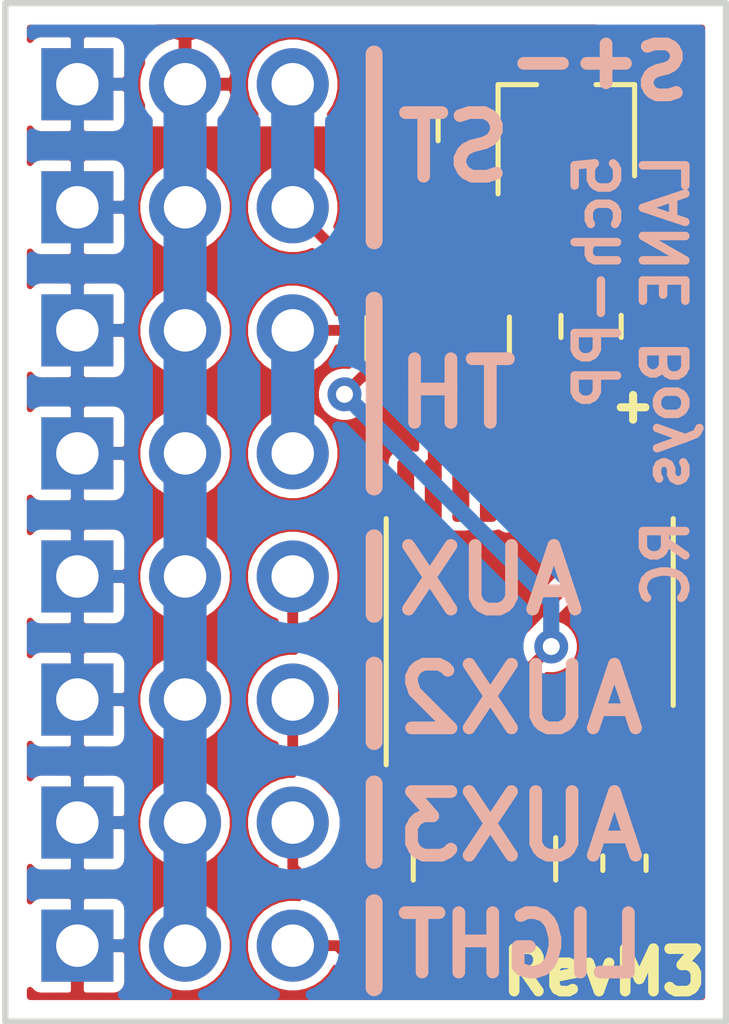
<source format=kicad_pcb>
(kicad_pcb (version 20171130) (host pcbnew 5.1.9-73d0e3b20d~88~ubuntu18.04.1)

  (general
    (thickness 1.6)
    (drawings 24)
    (tracks 86)
    (zones 0)
    (modules 15)
    (nets 16)
  )

  (page User 215.9 139.7)
  (title_block
    (title "Pre-processor for RC Light Controller ")
    (date 2017-03-14)
    (rev 1)
    (company "LANE Boys RC")
  )

  (layers
    (0 F.Cu signal)
    (31 B.Cu signal)
    (32 B.Adhes user hide)
    (33 F.Adhes user hide)
    (34 B.Paste user hide)
    (35 F.Paste user hide)
    (36 B.SilkS user)
    (37 F.SilkS user)
    (38 B.Mask user hide)
    (39 F.Mask user hide)
    (40 Dwgs.User user hide)
    (41 Cmts.User user hide)
    (42 Eco1.User user hide)
    (43 Eco2.User user hide)
    (44 Edge.Cuts user)
    (45 Margin user hide)
    (46 B.CrtYd user hide)
    (47 F.CrtYd user)
    (48 B.Fab user hide)
    (49 F.Fab user hide)
  )

  (setup
    (last_trace_width 0.254)
    (user_trace_width 0.2032)
    (user_trace_width 0.2286)
    (user_trace_width 0.381)
    (user_trace_width 0.508)
    (user_trace_width 0.762)
    (user_trace_width 1.016)
    (trace_clearance 0.1524)
    (zone_clearance 0.2032)
    (zone_45_only no)
    (trace_min 0.1524)
    (via_size 0.8)
    (via_drill 0.4)
    (via_min_size 0.4)
    (via_min_drill 0.3)
    (uvia_size 0.3)
    (uvia_drill 0.1)
    (uvias_allowed no)
    (uvia_min_size 0)
    (uvia_min_drill 0)
    (edge_width 0.15)
    (segment_width 0.4)
    (pcb_text_width 0.3)
    (pcb_text_size 1.5 1.5)
    (mod_edge_width 0.15)
    (mod_text_size 1 1)
    (mod_text_width 0.15)
    (pad_size 1.524 1.524)
    (pad_drill 0.762)
    (pad_to_mask_clearance 0.0254)
    (solder_mask_min_width 0.0254)
    (pad_to_paste_clearance_ratio -0.05)
    (aux_axis_origin 114.3 66.04)
    (grid_origin 114.3 66.04)
    (visible_elements 7FFFFF7F)
    (pcbplotparams
      (layerselection 0x010f0_ffffffff)
      (usegerberextensions false)
      (usegerberattributes false)
      (usegerberadvancedattributes false)
      (creategerberjobfile false)
      (excludeedgelayer true)
      (linewidth 0.100000)
      (plotframeref false)
      (viasonmask false)
      (mode 1)
      (useauxorigin false)
      (hpglpennumber 1)
      (hpglpenspeed 20)
      (hpglpendiameter 15.000000)
      (psnegative false)
      (psa4output false)
      (plotreference false)
      (plotvalue false)
      (plotinvisibletext false)
      (padsonsilk false)
      (subtractmaskfromsilk false)
      (outputformat 1)
      (mirror false)
      (drillshape 0)
      (scaleselection 1)
      (outputdirectory "gerber/"))
  )

  (net 0 "")
  (net 1 VCC)
  (net 2 GND)
  (net 3 +3V3)
  (net 4 /ST)
  (net 5 /TH)
  (net 6 /AUX)
  (net 7 /LIGHT)
  (net 8 /AUX2)
  (net 9 /AUX3)
  (net 10 /ST_IN)
  (net 11 /TH_IN)
  (net 12 /AUX_IN)
  (net 13 /LIGHT_OUT)
  (net 14 /AUX2_IN)
  (net 15 /AUX3_IN)

  (net_class Default "This is the default net class."
    (clearance 0.1524)
    (trace_width 0.254)
    (via_dia 0.8)
    (via_drill 0.4)
    (uvia_dia 0.3)
    (uvia_drill 0.1)
    (add_net +3V3)
    (add_net /AUX)
    (add_net /AUX2)
    (add_net /AUX2_IN)
    (add_net /AUX3)
    (add_net /AUX3_IN)
    (add_net /AUX_IN)
    (add_net /LIGHT)
    (add_net /LIGHT_OUT)
    (add_net /ST)
    (add_net /ST_IN)
    (add_net /TH)
    (add_net /TH_IN)
    (add_net GND)
    (add_net "Net-(RN2-Pad1)")
    (add_net "Net-(RN2-Pad2)")
    (add_net "Net-(RN2-Pad7)")
    (add_net "Net-(RN2-Pad8)")
    (add_net "Net-(U2-Pad1)")
    (add_net "Net-(U2-Pad10)")
    (add_net "Net-(U2-Pad11)")
    (add_net "Net-(U2-Pad12)")
    (add_net "Net-(U2-Pad13)")
    (add_net "Net-(U2-Pad17)")
    (add_net "Net-(U2-Pad18)")
    (add_net "Net-(U2-Pad20)")
    (add_net "Net-(U2-Pad4)")
    (add_net "Net-(U2-Pad6)")
    (add_net "Net-(U2-Pad7)")
    (add_net "Net-(U2-Pad9)")
    (add_net VCC)
  )

  (module Resistor_SMD:R_Array_Convex_4x0603 (layer F.Cu) (tedit 58E0A8B2) (tstamp 6024C36F)
    (at 124.5108 49.9364 270)
    (descr "Chip Resistor Network, ROHM MNR14 (see mnr_g.pdf)")
    (tags "resistor array")
    (path /6028CA7F)
    (attr smd)
    (fp_text reference RN2 (at 0 -2.8 90) (layer F.SilkS) hide
      (effects (font (size 1 1) (thickness 0.15)))
    )
    (fp_text value R_Pack04 (at 0 2.8 90) (layer F.Fab)
      (effects (font (size 1 1) (thickness 0.15)))
    )
    (fp_text user %R (at 0 0) (layer F.Fab)
      (effects (font (size 0.5 0.5) (thickness 0.075)))
    )
    (fp_line (start -0.8 -1.6) (end 0.8 -1.6) (layer F.Fab) (width 0.1))
    (fp_line (start 0.8 -1.6) (end 0.8 1.6) (layer F.Fab) (width 0.1))
    (fp_line (start 0.8 1.6) (end -0.8 1.6) (layer F.Fab) (width 0.1))
    (fp_line (start -0.8 1.6) (end -0.8 -1.6) (layer F.Fab) (width 0.1))
    (fp_line (start 0.5 1.68) (end -0.5 1.68) (layer F.SilkS) (width 0.12))
    (fp_line (start 0.5 -1.68) (end -0.5 -1.68) (layer F.SilkS) (width 0.12))
    (fp_line (start -1.55 -1.85) (end 1.55 -1.85) (layer F.CrtYd) (width 0.05))
    (fp_line (start -1.55 -1.85) (end -1.55 1.85) (layer F.CrtYd) (width 0.05))
    (fp_line (start 1.55 1.85) (end 1.55 -1.85) (layer F.CrtYd) (width 0.05))
    (fp_line (start 1.55 1.85) (end -1.55 1.85) (layer F.CrtYd) (width 0.05))
    (pad 5 smd rect (at 0.9 1.2 270) (size 0.8 0.5) (layers F.Cu F.Paste F.Mask)
      (net 5 /TH))
    (pad 6 smd rect (at 0.9 0.4 270) (size 0.8 0.4) (layers F.Cu F.Paste F.Mask)
      (net 4 /ST))
    (pad 8 smd rect (at 0.9 -1.2 270) (size 0.8 0.5) (layers F.Cu F.Paste F.Mask))
    (pad 7 smd rect (at 0.9 -0.4 270) (size 0.8 0.4) (layers F.Cu F.Paste F.Mask))
    (pad 4 smd rect (at -0.9 1.2 270) (size 0.8 0.5) (layers F.Cu F.Paste F.Mask)
      (net 11 /TH_IN))
    (pad 2 smd rect (at -0.9 -0.4 270) (size 0.8 0.4) (layers F.Cu F.Paste F.Mask))
    (pad 3 smd rect (at -0.9 0.4 270) (size 0.8 0.4) (layers F.Cu F.Paste F.Mask)
      (net 10 /ST_IN))
    (pad 1 smd rect (at -0.9 -1.2 270) (size 0.8 0.5) (layers F.Cu F.Paste F.Mask))
    (model ${KISYS3DMOD}/Resistor_SMD.3dshapes/R_Array_Convex_4x0603.wrl
      (at (xyz 0 0 0))
      (scale (xyz 1 1 1))
      (rotate (xyz 0 0 0))
    )
  )

  (module Package_SO:TSSOP-20_4.4x6.5mm_P0.65mm (layer F.Cu) (tedit 5E476F32) (tstamp 6024D208)
    (at 126.6698 56.388 90)
    (descr "TSSOP, 20 Pin (JEDEC MO-153 Var AC https://www.jedec.org/document_search?search_api_views_fulltext=MO-153), generated with kicad-footprint-generator ipc_gullwing_generator.py")
    (tags "TSSOP SO")
    (path /58AF9BA8)
    (attr smd)
    (fp_text reference U2 (at 0 -4.2 90) (layer F.SilkS) hide
      (effects (font (size 1 1) (thickness 0.15)))
    )
    (fp_text value LPC812M101JDH20 (at 0 4.2 90) (layer F.Fab)
      (effects (font (size 1 1) (thickness 0.15)))
    )
    (fp_text user %R (at 0 0 90) (layer F.Fab)
      (effects (font (size 1 1) (thickness 0.15)))
    )
    (fp_line (start 0 3.385) (end 2.2 3.385) (layer F.SilkS) (width 0.12))
    (fp_line (start 0 3.385) (end -2.2 3.385) (layer F.SilkS) (width 0.12))
    (fp_line (start 0 -3.385) (end 2.2 -3.385) (layer F.SilkS) (width 0.12))
    (fp_line (start 0 -3.385) (end -3.6 -3.385) (layer F.SilkS) (width 0.12))
    (fp_line (start -1.2 -3.25) (end 2.2 -3.25) (layer F.Fab) (width 0.1))
    (fp_line (start 2.2 -3.25) (end 2.2 3.25) (layer F.Fab) (width 0.1))
    (fp_line (start 2.2 3.25) (end -2.2 3.25) (layer F.Fab) (width 0.1))
    (fp_line (start -2.2 3.25) (end -2.2 -2.25) (layer F.Fab) (width 0.1))
    (fp_line (start -2.2 -2.25) (end -1.2 -3.25) (layer F.Fab) (width 0.1))
    (fp_line (start -3.85 -3.5) (end -3.85 3.5) (layer F.CrtYd) (width 0.05))
    (fp_line (start -3.85 3.5) (end 3.85 3.5) (layer F.CrtYd) (width 0.05))
    (fp_line (start 3.85 3.5) (end 3.85 -3.5) (layer F.CrtYd) (width 0.05))
    (fp_line (start 3.85 -3.5) (end -3.85 -3.5) (layer F.CrtYd) (width 0.05))
    (pad 20 smd roundrect (at 2.8625 -2.925 90) (size 1.475 0.4) (layers F.Cu F.Paste F.Mask) (roundrect_rratio 0.25))
    (pad 19 smd roundrect (at 2.8625 -2.275 90) (size 1.475 0.4) (layers F.Cu F.Paste F.Mask) (roundrect_rratio 0.25)
      (net 4 /ST))
    (pad 18 smd roundrect (at 2.8625 -1.625 90) (size 1.475 0.4) (layers F.Cu F.Paste F.Mask) (roundrect_rratio 0.25))
    (pad 17 smd roundrect (at 2.8625 -0.975 90) (size 1.475 0.4) (layers F.Cu F.Paste F.Mask) (roundrect_rratio 0.25))
    (pad 16 smd roundrect (at 2.8625 -0.325 90) (size 1.475 0.4) (layers F.Cu F.Paste F.Mask) (roundrect_rratio 0.25)
      (net 2 GND))
    (pad 15 smd roundrect (at 2.8625 0.325 90) (size 1.475 0.4) (layers F.Cu F.Paste F.Mask) (roundrect_rratio 0.25)
      (net 3 +3V3))
    (pad 14 smd roundrect (at 2.8625 0.975 90) (size 1.475 0.4) (layers F.Cu F.Paste F.Mask) (roundrect_rratio 0.25)
      (net 8 /AUX2))
    (pad 13 smd roundrect (at 2.8625 1.625 90) (size 1.475 0.4) (layers F.Cu F.Paste F.Mask) (roundrect_rratio 0.25))
    (pad 12 smd roundrect (at 2.8625 2.275 90) (size 1.475 0.4) (layers F.Cu F.Paste F.Mask) (roundrect_rratio 0.25))
    (pad 11 smd roundrect (at 2.8625 2.925 90) (size 1.475 0.4) (layers F.Cu F.Paste F.Mask) (roundrect_rratio 0.25))
    (pad 10 smd roundrect (at -2.8625 2.925 90) (size 1.475 0.4) (layers F.Cu F.Paste F.Mask) (roundrect_rratio 0.25))
    (pad 9 smd roundrect (at -2.8625 2.275 90) (size 1.475 0.4) (layers F.Cu F.Paste F.Mask) (roundrect_rratio 0.25))
    (pad 8 smd roundrect (at -2.8625 1.625 90) (size 1.475 0.4) (layers F.Cu F.Paste F.Mask) (roundrect_rratio 0.25)
      (net 9 /AUX3))
    (pad 7 smd roundrect (at -2.8625 0.975 90) (size 1.475 0.4) (layers F.Cu F.Paste F.Mask) (roundrect_rratio 0.25))
    (pad 6 smd roundrect (at -2.8625 0.325 90) (size 1.475 0.4) (layers F.Cu F.Paste F.Mask) (roundrect_rratio 0.25))
    (pad 5 smd roundrect (at -2.8625 -0.325 90) (size 1.475 0.4) (layers F.Cu F.Paste F.Mask) (roundrect_rratio 0.25)
      (net 5 /TH))
    (pad 4 smd roundrect (at -2.8625 -0.975 90) (size 1.475 0.4) (layers F.Cu F.Paste F.Mask) (roundrect_rratio 0.25))
    (pad 3 smd roundrect (at -2.8625 -1.625 90) (size 1.475 0.4) (layers F.Cu F.Paste F.Mask) (roundrect_rratio 0.25)
      (net 7 /LIGHT))
    (pad 2 smd roundrect (at -2.8625 -2.275 90) (size 1.475 0.4) (layers F.Cu F.Paste F.Mask) (roundrect_rratio 0.25)
      (net 6 /AUX))
    (pad 1 smd roundrect (at -2.8625 -2.925 90) (size 1.475 0.4) (layers F.Cu F.Paste F.Mask) (roundrect_rratio 0.25))
    (model ${KISYS3DMOD}/Package_SO.3dshapes/TSSOP-20_4.4x6.5mm_P0.65mm.wrl
      (at (xyz 0 0 0))
      (scale (xyz 1 1 1))
      (rotate (xyz 0 0 0))
    )
  )

  (module Package_TO_SOT_SMD:SOT-23W (layer F.Cu) (tedit 5A02FF57) (tstamp 5D286456)
    (at 127.5334 45.0342 90)
    (descr "SOT-23W http://www.allegromicro.com/~/media/Files/Datasheets/A112x-Datasheet.ashx?la=en&hash=7BC461E058CC246E0BAB62433B2F1ECA104CA9D3")
    (tags SOT-23W)
    (path /58AF9BBC)
    (attr smd)
    (fp_text reference U1 (at 0 -2.5 90) (layer F.SilkS) hide
      (effects (font (size 1 1) (thickness 0.15)))
    )
    (fp_text value MCP1703T-3302E/CB (at 0 2.5 90) (layer F.Fab)
      (effects (font (size 1 1) (thickness 0.15)))
    )
    (fp_line (start 1.075 -1.61) (end 1.075 -0.7) (layer F.SilkS) (width 0.12))
    (fp_line (start 1.075 0.7) (end 1.075 1.61) (layer F.SilkS) (width 0.12))
    (fp_line (start -1.5 -1.61) (end 1.075 -1.61) (layer F.SilkS) (width 0.12))
    (fp_line (start -1.075 1.61) (end 1.075 1.61) (layer F.SilkS) (width 0.12))
    (fp_line (start -0.955 -0.49) (end -0.955 1.49) (layer F.Fab) (width 0.1))
    (fp_line (start 0.045 -1.49) (end 0.955 -1.49) (layer F.Fab) (width 0.1))
    (fp_line (start -0.955 -0.49) (end 0.045 -1.49) (layer F.Fab) (width 0.1))
    (fp_line (start 0.955 -1.49) (end 0.955 1.49) (layer F.Fab) (width 0.1))
    (fp_line (start -0.955 1.49) (end 0.955 1.49) (layer F.Fab) (width 0.1))
    (fp_line (start -1.95 -1.74) (end 1.95 -1.74) (layer F.CrtYd) (width 0.05))
    (fp_line (start 1.95 -1.74) (end 1.95 1.74) (layer F.CrtYd) (width 0.05))
    (fp_line (start 1.95 1.74) (end -1.95 1.74) (layer F.CrtYd) (width 0.05))
    (fp_line (start -1.95 1.74) (end -1.95 -1.74) (layer F.CrtYd) (width 0.05))
    (fp_text user %R (at 0 0) (layer F.Fab)
      (effects (font (size 0.5 0.5) (thickness 0.075)))
    )
    (pad 3 smd rect (at 1.2 0 90) (size 1 0.7) (layers F.Cu F.Paste F.Mask)
      (net 1 VCC))
    (pad 2 smd rect (at -1.2 0.95 90) (size 1 0.7) (layers F.Cu F.Paste F.Mask)
      (net 3 +3V3))
    (pad 1 smd rect (at -1.2 -0.95 90) (size 1 0.7) (layers F.Cu F.Paste F.Mask)
      (net 2 GND))
    (model ${KISYS3DMOD}/Package_TO_SOT_SMD.3dshapes/SOT-23W.wrl
      (at (xyz 0 0 0))
      (scale (xyz 1 1 1))
      (rotate (xyz 0 0 0))
    )
  )

  (module Resistor_SMD:R_Array_Convex_4x0603 (layer F.Cu) (tedit 58E0A8B2) (tstamp 601F593A)
    (at 125.603 62.2046 90)
    (descr "Chip Resistor Network, ROHM MNR14 (see mnr_g.pdf)")
    (tags "resistor array")
    (path /6020567D)
    (attr smd)
    (fp_text reference RN1 (at 0 -2.8 90) (layer F.SilkS) hide
      (effects (font (size 1 1) (thickness 0.15)))
    )
    (fp_text value R_Pack04 (at 0 2.8 90) (layer F.Fab)
      (effects (font (size 1 1) (thickness 0.15)))
    )
    (fp_line (start -0.8 -1.6) (end 0.8 -1.6) (layer F.Fab) (width 0.1))
    (fp_line (start 0.8 -1.6) (end 0.8 1.6) (layer F.Fab) (width 0.1))
    (fp_line (start 0.8 1.6) (end -0.8 1.6) (layer F.Fab) (width 0.1))
    (fp_line (start -0.8 1.6) (end -0.8 -1.6) (layer F.Fab) (width 0.1))
    (fp_line (start 0.5 1.68) (end -0.5 1.68) (layer F.SilkS) (width 0.12))
    (fp_line (start 0.5 -1.68) (end -0.5 -1.68) (layer F.SilkS) (width 0.12))
    (fp_line (start -1.55 -1.85) (end 1.55 -1.85) (layer F.CrtYd) (width 0.05))
    (fp_line (start -1.55 -1.85) (end -1.55 1.85) (layer F.CrtYd) (width 0.05))
    (fp_line (start 1.55 1.85) (end 1.55 -1.85) (layer F.CrtYd) (width 0.05))
    (fp_line (start 1.55 1.85) (end -1.55 1.85) (layer F.CrtYd) (width 0.05))
    (fp_text user %R (at 0 0) (layer F.Fab)
      (effects (font (size 0.5 0.5) (thickness 0.075)))
    )
    (pad 5 smd rect (at 0.9 1.2 90) (size 0.8 0.5) (layers F.Cu F.Paste F.Mask)
      (net 7 /LIGHT))
    (pad 6 smd rect (at 0.9 0.4 90) (size 0.8 0.4) (layers F.Cu F.Paste F.Mask)
      (net 9 /AUX3))
    (pad 8 smd rect (at 0.9 -1.2 90) (size 0.8 0.5) (layers F.Cu F.Paste F.Mask)
      (net 6 /AUX))
    (pad 7 smd rect (at 0.9 -0.4 90) (size 0.8 0.4) (layers F.Cu F.Paste F.Mask)
      (net 8 /AUX2))
    (pad 4 smd rect (at -0.9 1.2 90) (size 0.8 0.5) (layers F.Cu F.Paste F.Mask)
      (net 13 /LIGHT_OUT))
    (pad 2 smd rect (at -0.9 -0.4 90) (size 0.8 0.4) (layers F.Cu F.Paste F.Mask)
      (net 14 /AUX2_IN))
    (pad 3 smd rect (at -0.9 0.4 90) (size 0.8 0.4) (layers F.Cu F.Paste F.Mask)
      (net 15 /AUX3_IN))
    (pad 1 smd rect (at -0.9 -1.2 90) (size 0.8 0.5) (layers F.Cu F.Paste F.Mask)
      (net 12 /AUX_IN))
    (model ${KISYS3DMOD}/Resistor_SMD.3dshapes/R_Array_Convex_4x0603.wrl
      (at (xyz 0 0 0))
      (scale (xyz 1 1 1))
      (rotate (xyz 0 0 0))
    )
  )

  (module Connector_PinHeader_2.54mm:PinHeader_1x03_P2.54mm_Vertical (layer B.Cu) (tedit 5D281D1F) (tstamp 5D28C293)
    (at 116 61.35 270)
    (descr "Through hole straight pin header, 1x03, 2.54mm pitch, single row")
    (tags "Through hole pin header THT 1x03 2.54mm single row")
    (path /5D287718)
    (fp_text reference P8 (at 0 2.33 270) (layer B.SilkS) hide
      (effects (font (size 1 1) (thickness 0.15)) (justify mirror))
    )
    (fp_text value AUX3-IN (at 0 -7.41 270) (layer B.Fab)
      (effects (font (size 1 1) (thickness 0.15)) (justify mirror))
    )
    (fp_line (start 1.8 1.8) (end -1.8 1.8) (layer B.CrtYd) (width 0.05))
    (fp_line (start 1.8 -6.85) (end 1.8 1.8) (layer B.CrtYd) (width 0.05))
    (fp_line (start -1.8 -6.85) (end 1.8 -6.85) (layer B.CrtYd) (width 0.05))
    (fp_line (start -1.8 1.8) (end -1.8 -6.85) (layer B.CrtYd) (width 0.05))
    (fp_line (start -1.27 0.635) (end -0.635 1.27) (layer B.Fab) (width 0.1))
    (fp_line (start -1.27 -6.35) (end -1.27 0.635) (layer B.Fab) (width 0.1))
    (fp_line (start 1.27 -6.35) (end -1.27 -6.35) (layer B.Fab) (width 0.1))
    (fp_line (start 1.27 1.27) (end 1.27 -6.35) (layer B.Fab) (width 0.1))
    (fp_line (start -0.635 1.27) (end 1.27 1.27) (layer B.Fab) (width 0.1))
    (fp_text user %R (at 0 -2.54 180) (layer B.Fab)
      (effects (font (size 1 1) (thickness 0.15)) (justify mirror))
    )
    (pad 1 thru_hole rect (at 0 0 270) (size 1.7 1.7) (drill 1) (layers *.Cu *.Mask)
      (net 2 GND))
    (pad 2 thru_hole oval (at 0 -2.54 270) (size 1.7 1.7) (drill 1) (layers *.Cu *.Mask)
      (net 1 VCC))
    (pad 3 thru_hole oval (at 0 -5.08 270) (size 1.7 1.7) (drill 1) (layers *.Cu *.Mask)
      (net 15 /AUX3_IN))
    (model ${KISYS3DMOD}/Connector_PinHeader_2.54mm.3dshapes/PinHeader_1x03_P2.54mm_Vertical.wrl
      (at (xyz 0 0 0))
      (scale (xyz 1 1 1))
      (rotate (xyz 0 0 0))
    )
  )

  (module Connector_PinHeader_2.54mm:PinHeader_1x03_P2.54mm_Vertical (layer B.Cu) (tedit 5D281D12) (tstamp 5D28C27C)
    (at 116 58.45 270)
    (descr "Through hole straight pin header, 1x03, 2.54mm pitch, single row")
    (tags "Through hole pin header THT 1x03 2.54mm single row")
    (path /5D282BAE)
    (fp_text reference P7 (at 0 2.33 270) (layer B.SilkS) hide
      (effects (font (size 1 1) (thickness 0.15) italic) (justify mirror))
    )
    (fp_text value AUX2-IN (at 0 -7.41 270) (layer B.Fab)
      (effects (font (size 1 1) (thickness 0.15)) (justify mirror))
    )
    (fp_line (start 1.8 1.8) (end -1.8 1.8) (layer B.CrtYd) (width 0.05))
    (fp_line (start 1.8 -6.85) (end 1.8 1.8) (layer B.CrtYd) (width 0.05))
    (fp_line (start -1.8 -6.85) (end 1.8 -6.85) (layer B.CrtYd) (width 0.05))
    (fp_line (start -1.8 1.8) (end -1.8 -6.85) (layer B.CrtYd) (width 0.05))
    (fp_line (start -1.27 0.635) (end -0.635 1.27) (layer B.Fab) (width 0.1))
    (fp_line (start -1.27 -6.35) (end -1.27 0.635) (layer B.Fab) (width 0.1))
    (fp_line (start 1.27 -6.35) (end -1.27 -6.35) (layer B.Fab) (width 0.1))
    (fp_line (start 1.27 1.27) (end 1.27 -6.35) (layer B.Fab) (width 0.1))
    (fp_line (start -0.635 1.27) (end 1.27 1.27) (layer B.Fab) (width 0.1))
    (fp_text user %R (at 0 -2.54 180) (layer B.Fab)
      (effects (font (size 1 1) (thickness 0.15)) (justify mirror))
    )
    (pad 1 thru_hole rect (at 0 0 270) (size 1.7 1.7) (drill 1) (layers *.Cu *.Mask)
      (net 2 GND))
    (pad 2 thru_hole oval (at 0 -2.54 270) (size 1.7 1.7) (drill 1) (layers *.Cu *.Mask)
      (net 1 VCC))
    (pad 3 thru_hole oval (at 0 -5.08 270) (size 1.7 1.7) (drill 1) (layers *.Cu *.Mask)
      (net 14 /AUX2_IN))
    (model ${KISYS3DMOD}/Connector_PinHeader_2.54mm.3dshapes/PinHeader_1x03_P2.54mm_Vertical.wrl
      (at (xyz 0 0 0))
      (scale (xyz 1 1 1))
      (rotate (xyz 0 0 0))
    )
  )

  (module Connector_PinHeader_2.54mm:PinHeader_1x03_P2.54mm_Vertical (layer B.Cu) (tedit 5D281D05) (tstamp 5D28DFB7)
    (at 116 64.25 270)
    (descr "Through hole straight pin header, 1x03, 2.54mm pitch, single row")
    (tags "Through hole pin header THT 1x03 2.54mm single row")
    (path /58AF9DBB)
    (fp_text reference P6 (at 0 2.33 270) (layer B.SilkS) hide
      (effects (font (size 1 1) (thickness 0.15)) (justify mirror))
    )
    (fp_text value "LIGHT CONTROLLER" (at 0 -7.41 270) (layer B.Fab)
      (effects (font (size 1 1) (thickness 0.15)) (justify mirror))
    )
    (fp_line (start 1.8 1.8) (end -1.8 1.8) (layer B.CrtYd) (width 0.05))
    (fp_line (start 1.8 -6.85) (end 1.8 1.8) (layer B.CrtYd) (width 0.05))
    (fp_line (start -1.8 -6.85) (end 1.8 -6.85) (layer B.CrtYd) (width 0.05))
    (fp_line (start -1.8 1.8) (end -1.8 -6.85) (layer B.CrtYd) (width 0.05))
    (fp_line (start -1.27 0.635) (end -0.635 1.27) (layer B.Fab) (width 0.1))
    (fp_line (start -1.27 -6.35) (end -1.27 0.635) (layer B.Fab) (width 0.1))
    (fp_line (start 1.27 -6.35) (end -1.27 -6.35) (layer B.Fab) (width 0.1))
    (fp_line (start 1.27 1.27) (end 1.27 -6.35) (layer B.Fab) (width 0.1))
    (fp_line (start -0.635 1.27) (end 1.27 1.27) (layer B.Fab) (width 0.1))
    (fp_text user %R (at 0 -2.54 180) (layer B.Fab)
      (effects (font (size 1 1) (thickness 0.15)) (justify mirror))
    )
    (pad 1 thru_hole rect (at 0 0 270) (size 1.7 1.7) (drill 1) (layers *.Cu *.Mask)
      (net 2 GND))
    (pad 2 thru_hole oval (at 0 -2.54 270) (size 1.7 1.7) (drill 1) (layers *.Cu *.Mask)
      (net 1 VCC))
    (pad 3 thru_hole oval (at 0 -5.08 270) (size 1.7 1.7) (drill 1) (layers *.Cu *.Mask)
      (net 13 /LIGHT_OUT))
    (model ${KISYS3DMOD}/Connector_PinHeader_2.54mm.3dshapes/PinHeader_1x03_P2.54mm_Vertical.wrl
      (at (xyz 0 0 0))
      (scale (xyz 1 1 1))
      (rotate (xyz 0 0 0))
    )
  )

  (module Connector_PinHeader_2.54mm:PinHeader_1x03_P2.54mm_Vertical (layer B.Cu) (tedit 5D281CF7) (tstamp 5D28C250)
    (at 116 55.55 270)
    (descr "Through hole straight pin header, 1x03, 2.54mm pitch, single row")
    (tags "Through hole pin header THT 1x03 2.54mm single row")
    (path /58AF9D7F)
    (fp_text reference P5 (at 0 2.33 270) (layer B.SilkS) hide
      (effects (font (size 1 1) (thickness 0.15)) (justify mirror))
    )
    (fp_text value AUX-IN (at 0 -7.41 270) (layer B.Fab)
      (effects (font (size 1 1) (thickness 0.15)) (justify mirror))
    )
    (fp_line (start 1.8 1.8) (end -1.8 1.8) (layer B.CrtYd) (width 0.05))
    (fp_line (start 1.8 -6.85) (end 1.8 1.8) (layer B.CrtYd) (width 0.05))
    (fp_line (start -1.8 -6.85) (end 1.8 -6.85) (layer B.CrtYd) (width 0.05))
    (fp_line (start -1.8 1.8) (end -1.8 -6.85) (layer B.CrtYd) (width 0.05))
    (fp_line (start -1.27 0.635) (end -0.635 1.27) (layer B.Fab) (width 0.1))
    (fp_line (start -1.27 -6.35) (end -1.27 0.635) (layer B.Fab) (width 0.1))
    (fp_line (start 1.27 -6.35) (end -1.27 -6.35) (layer B.Fab) (width 0.1))
    (fp_line (start 1.27 1.27) (end 1.27 -6.35) (layer B.Fab) (width 0.1))
    (fp_line (start -0.635 1.27) (end 1.27 1.27) (layer B.Fab) (width 0.1))
    (fp_text user %R (at 0 -2.54 180) (layer B.Fab)
      (effects (font (size 1 1) (thickness 0.15)) (justify mirror))
    )
    (pad 1 thru_hole rect (at 0 0 270) (size 1.7 1.7) (drill 1) (layers *.Cu *.Mask)
      (net 2 GND))
    (pad 2 thru_hole oval (at 0 -2.54 270) (size 1.7 1.7) (drill 1) (layers *.Cu *.Mask)
      (net 1 VCC))
    (pad 3 thru_hole oval (at 0 -5.08 270) (size 1.7 1.7) (drill 1) (layers *.Cu *.Mask)
      (net 12 /AUX_IN))
    (model ${KISYS3DMOD}/Connector_PinHeader_2.54mm.3dshapes/PinHeader_1x03_P2.54mm_Vertical.wrl
      (at (xyz 0 0 0))
      (scale (xyz 1 1 1))
      (rotate (xyz 0 0 0))
    )
  )

  (module Connector_PinHeader_2.54mm:PinHeader_1x03_P2.54mm_Vertical (layer B.Cu) (tedit 5D281CEB) (tstamp 5D28C224)
    (at 116 49.75 270)
    (descr "Through hole straight pin header, 1x03, 2.54mm pitch, single row")
    (tags "Through hole pin header THT 1x03 2.54mm single row")
    (path /58AF9CE6)
    (fp_text reference P3 (at 0 2.33 270) (layer B.SilkS) hide
      (effects (font (size 1 1) (thickness 0.15)) (justify mirror))
    )
    (fp_text value TH-IN (at 0 -7.41 270) (layer B.Fab)
      (effects (font (size 1 1) (thickness 0.15)) (justify mirror))
    )
    (fp_line (start 1.8 1.8) (end -1.8 1.8) (layer B.CrtYd) (width 0.05))
    (fp_line (start 1.8 -6.85) (end 1.8 1.8) (layer B.CrtYd) (width 0.05))
    (fp_line (start -1.8 -6.85) (end 1.8 -6.85) (layer B.CrtYd) (width 0.05))
    (fp_line (start -1.8 1.8) (end -1.8 -6.85) (layer B.CrtYd) (width 0.05))
    (fp_line (start -1.27 0.635) (end -0.635 1.27) (layer B.Fab) (width 0.1))
    (fp_line (start -1.27 -6.35) (end -1.27 0.635) (layer B.Fab) (width 0.1))
    (fp_line (start 1.27 -6.35) (end -1.27 -6.35) (layer B.Fab) (width 0.1))
    (fp_line (start 1.27 1.27) (end 1.27 -6.35) (layer B.Fab) (width 0.1))
    (fp_line (start -0.635 1.27) (end 1.27 1.27) (layer B.Fab) (width 0.1))
    (fp_text user %R (at 0 -2.54 180) (layer B.Fab)
      (effects (font (size 1 1) (thickness 0.15)) (justify mirror))
    )
    (pad 1 thru_hole rect (at 0 0 270) (size 1.7 1.7) (drill 1) (layers *.Cu *.Mask)
      (net 2 GND))
    (pad 2 thru_hole oval (at 0 -2.54 270) (size 1.7 1.7) (drill 1) (layers *.Cu *.Mask)
      (net 1 VCC))
    (pad 3 thru_hole oval (at 0 -5.08 270) (size 1.7 1.7) (drill 1) (layers *.Cu *.Mask)
      (net 11 /TH_IN))
    (model ${KISYS3DMOD}/Connector_PinHeader_2.54mm.3dshapes/PinHeader_1x03_P2.54mm_Vertical.wrl
      (at (xyz 0 0 0))
      (scale (xyz 1 1 1))
      (rotate (xyz 0 0 0))
    )
  )

  (module Connector_PinHeader_2.54mm:PinHeader_1x03_P2.54mm_Vertical (layer B.Cu) (tedit 5D281CDF) (tstamp 5D28C33F)
    (at 116 43.95 270)
    (descr "Through hole straight pin header, 1x03, 2.54mm pitch, single row")
    (tags "Through hole pin header THT 1x03 2.54mm single row")
    (path /58AF9CB3)
    (fp_text reference P2 (at 0 2.33 270) (layer B.SilkS) hide
      (effects (font (size 1 1) (thickness 0.15)) (justify mirror))
    )
    (fp_text value ST-OUT (at 0 -7.41 270) (layer B.Fab)
      (effects (font (size 1 1) (thickness 0.15)) (justify mirror))
    )
    (fp_line (start -0.635 1.27) (end 1.27 1.27) (layer B.Fab) (width 0.1))
    (fp_line (start 1.27 1.27) (end 1.27 -6.35) (layer B.Fab) (width 0.1))
    (fp_line (start 1.27 -6.35) (end -1.27 -6.35) (layer B.Fab) (width 0.1))
    (fp_line (start -1.27 -6.35) (end -1.27 0.635) (layer B.Fab) (width 0.1))
    (fp_line (start -1.27 0.635) (end -0.635 1.27) (layer B.Fab) (width 0.1))
    (fp_line (start -1.8 1.8) (end -1.8 -6.85) (layer B.CrtYd) (width 0.05))
    (fp_line (start -1.8 -6.85) (end 1.8 -6.85) (layer B.CrtYd) (width 0.05))
    (fp_line (start 1.8 -6.85) (end 1.8 1.8) (layer B.CrtYd) (width 0.05))
    (fp_line (start 1.8 1.8) (end -1.8 1.8) (layer B.CrtYd) (width 0.05))
    (fp_text user %R (at 0 -2.54 180) (layer B.Fab)
      (effects (font (size 1 1) (thickness 0.15)) (justify mirror))
    )
    (pad 3 thru_hole oval (at 0 -5.08 270) (size 1.7 1.7) (drill 1) (layers *.Cu *.Mask)
      (net 10 /ST_IN))
    (pad 2 thru_hole oval (at 0 -2.54 270) (size 1.7 1.7) (drill 1) (layers *.Cu *.Mask)
      (net 1 VCC))
    (pad 1 thru_hole rect (at 0 0 270) (size 1.7 1.7) (drill 1) (layers *.Cu *.Mask)
      (net 2 GND))
    (model ${KISYS3DMOD}/Connector_PinHeader_2.54mm.3dshapes/PinHeader_1x03_P2.54mm_Vertical.wrl
      (at (xyz 0 0 0))
      (scale (xyz 1 1 1))
      (rotate (xyz 0 0 0))
    )
  )

  (module Connector_PinHeader_2.54mm:PinHeader_1x03_P2.54mm_Vertical (layer B.Cu) (tedit 5D281CD3) (tstamp 5D28C1F8)
    (at 116 46.85 270)
    (descr "Through hole straight pin header, 1x03, 2.54mm pitch, single row")
    (tags "Through hole pin header THT 1x03 2.54mm single row")
    (path /58AF9C1E)
    (fp_text reference P1 (at 0 2.33 270) (layer B.SilkS) hide
      (effects (font (size 1 1) (thickness 0.15)) (justify mirror))
    )
    (fp_text value ST-IN (at 0 -7.41 270) (layer B.Fab)
      (effects (font (size 1 1) (thickness 0.15)) (justify mirror))
    )
    (fp_line (start -0.635 1.27) (end 1.27 1.27) (layer B.Fab) (width 0.1))
    (fp_line (start 1.27 1.27) (end 1.27 -6.35) (layer B.Fab) (width 0.1))
    (fp_line (start 1.27 -6.35) (end -1.27 -6.35) (layer B.Fab) (width 0.1))
    (fp_line (start -1.27 -6.35) (end -1.27 0.635) (layer B.Fab) (width 0.1))
    (fp_line (start -1.27 0.635) (end -0.635 1.27) (layer B.Fab) (width 0.1))
    (fp_line (start -1.8 1.8) (end -1.8 -6.85) (layer B.CrtYd) (width 0.05))
    (fp_line (start -1.8 -6.85) (end 1.8 -6.85) (layer B.CrtYd) (width 0.05))
    (fp_line (start 1.8 -6.85) (end 1.8 1.8) (layer B.CrtYd) (width 0.05))
    (fp_line (start 1.8 1.8) (end -1.8 1.8) (layer B.CrtYd) (width 0.05))
    (fp_text user %R (at 0 -2.54 180) (layer B.Fab)
      (effects (font (size 1 1) (thickness 0.15)) (justify mirror))
    )
    (pad 3 thru_hole oval (at 0 -5.08 270) (size 1.7 1.7) (drill 1) (layers *.Cu *.Mask)
      (net 10 /ST_IN))
    (pad 2 thru_hole oval (at 0 -2.54 270) (size 1.7 1.7) (drill 1) (layers *.Cu *.Mask)
      (net 1 VCC))
    (pad 1 thru_hole rect (at 0 0 270) (size 1.7 1.7) (drill 1) (layers *.Cu *.Mask)
      (net 2 GND))
    (model ${KISYS3DMOD}/Connector_PinHeader_2.54mm.3dshapes/PinHeader_1x03_P2.54mm_Vertical.wrl
      (at (xyz 0 0 0))
      (scale (xyz 1 1 1))
      (rotate (xyz 0 0 0))
    )
  )

  (module Connector_PinHeader_2.54mm:PinHeader_1x03_P2.54mm_Vertical (layer B.Cu) (tedit 5D281CC6) (tstamp 5D28CB3D)
    (at 116 52.65 270)
    (descr "Through hole straight pin header, 1x03, 2.54mm pitch, single row")
    (tags "Through hole pin header THT 1x03 2.54mm single row")
    (path /58AF9D12)
    (fp_text reference P4 (at 0 2.33 270) (layer B.SilkS) hide
      (effects (font (size 1 1) (thickness 0.15)) (justify mirror))
    )
    (fp_text value TH-OUT (at 0 -7.41 270) (layer B.Fab)
      (effects (font (size 1 1) (thickness 0.15)) (justify mirror))
    )
    (fp_line (start -0.635 1.27) (end 1.27 1.27) (layer B.Fab) (width 0.1))
    (fp_line (start 1.27 1.27) (end 1.27 -6.35) (layer B.Fab) (width 0.1))
    (fp_line (start 1.27 -6.35) (end -1.27 -6.35) (layer B.Fab) (width 0.1))
    (fp_line (start -1.27 -6.35) (end -1.27 0.635) (layer B.Fab) (width 0.1))
    (fp_line (start -1.27 0.635) (end -0.635 1.27) (layer B.Fab) (width 0.1))
    (fp_line (start -1.8 1.8) (end -1.8 -6.85) (layer B.CrtYd) (width 0.05))
    (fp_line (start -1.8 -6.85) (end 1.8 -6.85) (layer B.CrtYd) (width 0.05))
    (fp_line (start 1.8 -6.85) (end 1.8 1.8) (layer B.CrtYd) (width 0.05))
    (fp_line (start 1.8 1.8) (end -1.8 1.8) (layer B.CrtYd) (width 0.05))
    (fp_text user %R (at 0 -2.54 180) (layer B.Fab)
      (effects (font (size 1 1) (thickness 0.15)) (justify mirror))
    )
    (pad 3 thru_hole oval (at 0 -5.08 270) (size 1.7 1.7) (drill 1) (layers *.Cu *.Mask)
      (net 11 /TH_IN))
    (pad 2 thru_hole oval (at 0 -2.54 270) (size 1.7 1.7) (drill 1) (layers *.Cu *.Mask)
      (net 1 VCC))
    (pad 1 thru_hole rect (at 0 0 270) (size 1.7 1.7) (drill 1) (layers *.Cu *.Mask)
      (net 2 GND))
    (model ${KISYS3DMOD}/Connector_PinHeader_2.54mm.3dshapes/PinHeader_1x03_P2.54mm_Vertical.wrl
      (at (xyz 0 0 0))
      (scale (xyz 1 1 1))
      (rotate (xyz 0 0 0))
    )
  )

  (module Capacitor_SMD:C_0805_2012Metric_Pad1.15x1.40mm_HandSolder (layer F.Cu) (tedit 5D27F92E) (tstamp 5D2863F6)
    (at 123.7996 45.0215 270)
    (descr "Capacitor SMD 0805 (2012 Metric), square (rectangular) end terminal, IPC_7351 nominal with elongated pad for handsoldering. (Body size source: https://docs.google.com/spreadsheets/d/1BsfQQcO9C6DZCsRaXUlFlo91Tg2WpOkGARC1WS5S8t0/edit?usp=sharing), generated with kicad-footprint-generator")
    (tags "capacitor handsolder")
    (path /58AFA243)
    (attr smd)
    (fp_text reference C1 (at 0 -1.65 270) (layer F.SilkS) hide
      (effects (font (size 1 1) (thickness 0.15)))
    )
    (fp_text value 1u (at 0 1.65 270) (layer F.Fab)
      (effects (font (size 1 1) (thickness 0.15)))
    )
    (fp_line (start 1.85 0.95) (end -1.85 0.95) (layer F.CrtYd) (width 0.05))
    (fp_line (start 1.85 -0.95) (end 1.85 0.95) (layer F.CrtYd) (width 0.05))
    (fp_line (start -1.85 -0.95) (end 1.85 -0.95) (layer F.CrtYd) (width 0.05))
    (fp_line (start -1.85 0.95) (end -1.85 -0.95) (layer F.CrtYd) (width 0.05))
    (fp_line (start -0.261252 0.71) (end 0.261252 0.71) (layer F.SilkS) (width 0.12))
    (fp_line (start -0.261252 -0.71) (end 0.261252 -0.71) (layer F.SilkS) (width 0.12))
    (fp_line (start 1 0.6) (end -1 0.6) (layer F.Fab) (width 0.1))
    (fp_line (start 1 -0.6) (end 1 0.6) (layer F.Fab) (width 0.1))
    (fp_line (start -1 -0.6) (end 1 -0.6) (layer F.Fab) (width 0.1))
    (fp_line (start -1 0.6) (end -1 -0.6) (layer F.Fab) (width 0.1))
    (fp_text user %R (at 0 0 270) (layer F.Fab)
      (effects (font (size 0.5 0.5) (thickness 0.08)))
    )
    (pad 1 smd roundrect (at -1.025 0 270) (size 1.15 1.4) (layers F.Cu F.Paste F.Mask) (roundrect_rratio 0.217391)
      (net 1 VCC))
    (pad 2 smd roundrect (at 1.025 0 270) (size 1.15 1.4) (layers F.Cu F.Paste F.Mask) (roundrect_rratio 0.217391)
      (net 2 GND))
    (model ${KISYS3DMOD}/Capacitor_SMD.3dshapes/C_0805_2012Metric.wrl
      (at (xyz 0 0 0))
      (scale (xyz 1 1 1))
      (rotate (xyz 0 0 0))
    )
  )

  (module Capacitor_SMD:C_0805_2012Metric_Pad1.15x1.40mm_HandSolder (layer F.Cu) (tedit 5D27F93F) (tstamp 5D2867FA)
    (at 128.1176 49.657 90)
    (descr "Capacitor SMD 0805 (2012 Metric), square (rectangular) end terminal, IPC_7351 nominal with elongated pad for handsoldering. (Body size source: https://docs.google.com/spreadsheets/d/1BsfQQcO9C6DZCsRaXUlFlo91Tg2WpOkGARC1WS5S8t0/edit?usp=sharing), generated with kicad-footprint-generator")
    (tags "capacitor handsolder")
    (path /58AFA5B0)
    (attr smd)
    (fp_text reference C2 (at 0 -1.65 270) (layer F.SilkS) hide
      (effects (font (size 1 1) (thickness 0.15)))
    )
    (fp_text value "47u/6V3 Polymer 0805" (at 0 1.65 270) (layer F.Fab)
      (effects (font (size 1 1) (thickness 0.15)))
    )
    (fp_line (start -1 0.6) (end -1 -0.6) (layer F.Fab) (width 0.1))
    (fp_line (start -1 -0.6) (end 1 -0.6) (layer F.Fab) (width 0.1))
    (fp_line (start 1 -0.6) (end 1 0.6) (layer F.Fab) (width 0.1))
    (fp_line (start 1 0.6) (end -1 0.6) (layer F.Fab) (width 0.1))
    (fp_line (start -0.261252 -0.71) (end 0.261252 -0.71) (layer F.SilkS) (width 0.12))
    (fp_line (start -0.261252 0.71) (end 0.261252 0.71) (layer F.SilkS) (width 0.12))
    (fp_line (start -1.85 0.95) (end -1.85 -0.95) (layer F.CrtYd) (width 0.05))
    (fp_line (start -1.85 -0.95) (end 1.85 -0.95) (layer F.CrtYd) (width 0.05))
    (fp_line (start 1.85 -0.95) (end 1.85 0.95) (layer F.CrtYd) (width 0.05))
    (fp_line (start 1.85 0.95) (end -1.85 0.95) (layer F.CrtYd) (width 0.05))
    (fp_text user %R (at 0 0 270) (layer F.Fab)
      (effects (font (size 0.5 0.5) (thickness 0.08)))
    )
    (pad 2 smd roundrect (at 1.025 0 90) (size 1.15 1.4) (layers F.Cu F.Paste F.Mask) (roundrect_rratio 0.217391)
      (net 2 GND))
    (pad 1 smd roundrect (at -1.025 0 90) (size 1.15 1.4) (layers F.Cu F.Paste F.Mask) (roundrect_rratio 0.217391)
      (net 3 +3V3))
    (model ${KISYS3DMOD}/Capacitor_SMD.3dshapes/C_0805_2012Metric.wrl
      (at (xyz 0 0 0))
      (scale (xyz 1 1 1))
      (rotate (xyz 0 0 0))
    )
  )

  (module Resistor_SMD:R_0603_1608Metric_Pad1.05x0.95mm_HandSolder (layer F.Cu) (tedit 5D280764) (tstamp 5D28D4CB)
    (at 128.905 62.3062 90)
    (descr "Resistor SMD 0603 (1608 Metric), square (rectangular) end terminal, IPC_7351 nominal with elongated pad for handsoldering. (Body size source: http://www.tortai-tech.com/upload/download/2011102023233369053.pdf), generated with kicad-footprint-generator")
    (tags "resistor handsolder")
    (path /5D282842)
    (attr smd)
    (fp_text reference R7 (at 0 -1.43 90) (layer F.SilkS) hide
      (effects (font (size 1 1) (thickness 0.15)))
    )
    (fp_text value 100k (at 0 1.43 90) (layer F.Fab)
      (effects (font (size 1 1) (thickness 0.15)))
    )
    (fp_line (start 1.65 0.73) (end -1.65 0.73) (layer F.CrtYd) (width 0.05))
    (fp_line (start 1.65 -0.73) (end 1.65 0.73) (layer F.CrtYd) (width 0.05))
    (fp_line (start -1.65 -0.73) (end 1.65 -0.73) (layer F.CrtYd) (width 0.05))
    (fp_line (start -1.65 0.73) (end -1.65 -0.73) (layer F.CrtYd) (width 0.05))
    (fp_line (start -0.171267 0.51) (end 0.171267 0.51) (layer F.SilkS) (width 0.12))
    (fp_line (start -0.171267 -0.51) (end 0.171267 -0.51) (layer F.SilkS) (width 0.12))
    (fp_line (start 0.8 0.4) (end -0.8 0.4) (layer F.Fab) (width 0.1))
    (fp_line (start 0.8 -0.4) (end 0.8 0.4) (layer F.Fab) (width 0.1))
    (fp_line (start -0.8 -0.4) (end 0.8 -0.4) (layer F.Fab) (width 0.1))
    (fp_line (start -0.8 0.4) (end -0.8 -0.4) (layer F.Fab) (width 0.1))
    (fp_text user %R (at 0 0 90) (layer F.Fab)
      (effects (font (size 0.4 0.4) (thickness 0.06)))
    )
    (pad 1 smd roundrect (at -0.875 0 90) (size 1.05 0.95) (layers F.Cu F.Paste F.Mask) (roundrect_rratio 0.25)
      (net 2 GND))
    (pad 2 smd roundrect (at 0.875 0 90) (size 1.05 0.95) (layers F.Cu F.Paste F.Mask) (roundrect_rratio 0.25)
      (net 9 /AUX3))
    (model ${KISYS3DMOD}/Resistor_SMD.3dshapes/R_0603_1608Metric.wrl
      (at (xyz 0 0 0))
      (scale (xyz 1 1 1))
      (rotate (xyz 0 0 0))
    )
  )

  (gr_text "5ch-PP\nLANE Boys RC" (at 129.0828 45.4914 90) (layer B.SilkS) (tstamp 6024F50F)
    (effects (font (size 1 1) (thickness 0.2)) (justify left mirror))
  )
  (gr_text "Thickness: 1mm" (at 99.06 39.37) (layer Cmts.User)
    (effects (font (size 1.5 1.5) (thickness 0.3)))
  )
  (gr_text "Note: pin headers spaced at 2.9mm \nto clear plug being wider on the top" (at 98.552 53.2892) (layer Cmts.User)
    (effects (font (size 1 1) (thickness 0.25)))
  )
  (gr_text AUX3 (at 123.4 61.44) (layer B.SilkS) (tstamp 5D28EFBF)
    (effects (font (size 1.5 1.5) (thickness 0.3)) (justify right mirror))
  )
  (gr_line (start 123 60.44) (end 123 62.24) (angle 90) (layer B.SilkS) (width 0.4) (tstamp 5D28EFBE))
  (gr_line (start 123 57.64) (end 123 59.44) (angle 90) (layer B.SilkS) (width 0.4) (tstamp 5D28EFBB))
  (gr_text AUX2 (at 123.4 58.44) (layer B.SilkS) (tstamp 5D28EFBA)
    (effects (font (size 1.5 1.5) (thickness 0.3)) (justify right mirror))
  )
  (gr_text + (at 129.1082 51.5112) (layer F.SilkS) (tstamp 5D286F54)
    (effects (font (size 0.762 0.762) (thickness 0.1905)))
  )
  (gr_line (start 123 63.24) (end 123 65.24) (angle 90) (layer B.SilkS) (width 0.4))
  (gr_line (start 123 54.64) (end 123 56.44) (angle 90) (layer B.SilkS) (width 0.4) (tstamp 5D28ED7C))
  (gr_line (start 123 49.04) (end 123 53.44) (angle 90) (layer B.SilkS) (width 0.4) (tstamp 5D28ED88))
  (gr_line (start 123 43.24) (end 123 47.64) (angle 90) (layer B.SilkS) (width 0.4) (tstamp 5D28ED85))
  (gr_text RevM3 (at 128.4224 64.8716) (layer F.SilkS)
    (effects (font (size 1 1) (thickness 0.25)))
  )
  (dimension 17 (width 0.3) (layer Cmts.User) (tstamp 58C796B3)
    (gr_text "17.000 mm" (at 122.863716 38.652789) (layer Cmts.User) (tstamp 58C796B3)
      (effects (font (size 1.5 1.5) (thickness 0.3)))
    )
    (feature1 (pts (xy 131.363716 42.002789) (xy 131.363716 37.302789)))
    (feature2 (pts (xy 114.363716 42.002789) (xy 114.363716 37.302789)))
    (crossbar (pts (xy 114.363716 40.002789) (xy 131.363716 40.002789)))
    (arrow1a (pts (xy 131.363716 40.002789) (xy 130.237212 40.58921)))
    (arrow1b (pts (xy 131.363716 40.002789) (xy 130.237212 39.416368)))
    (arrow2a (pts (xy 114.363716 40.002789) (xy 115.49022 40.58921)))
    (arrow2b (pts (xy 114.363716 40.002789) (xy 115.49022 39.416368)))
  )
  (dimension 24 (width 0.3) (layer Cmts.User)
    (gr_text "24.000 mm" (at 135.4 54.04 270) (layer Cmts.User)
      (effects (font (size 1.5 1.5) (thickness 0.3)))
    )
    (feature1 (pts (xy 131.3 66.04) (xy 133.886421 66.04)))
    (feature2 (pts (xy 131.3 42.04) (xy 133.886421 42.04)))
    (crossbar (pts (xy 133.3 42.04) (xy 133.3 66.04)))
    (arrow1a (pts (xy 133.3 66.04) (xy 132.713579 64.913496)))
    (arrow1b (pts (xy 133.3 66.04) (xy 133.886421 64.913496)))
    (arrow2a (pts (xy 133.3 42.04) (xy 132.713579 43.166504)))
    (arrow2b (pts (xy 133.3 42.04) (xy 133.886421 43.166504)))
  )
  (gr_text LIGHT (at 123.4 64.24) (layer B.SilkS) (tstamp 5D28F388)
    (effects (font (size 1.4 1.4) (thickness 0.3)) (justify right mirror))
  )
  (gr_text AUX (at 123.4 55.64) (layer B.SilkS) (tstamp 5D28ED82)
    (effects (font (size 1.5 1.5) (thickness 0.3)) (justify right mirror))
  )
  (gr_text TH (at 123.4 51.24) (layer B.SilkS) (tstamp 5D28ED7F)
    (effects (font (size 1.5 1.5) (thickness 0.3)) (justify right mirror))
  )
  (gr_text -+S (at 128.3 43.54 180) (layer B.SilkS)
    (effects (font (size 1.2 1.2) (thickness 0.3)) (justify mirror))
  )
  (gr_text ST (at 123.4 45.44) (layer B.SilkS) (tstamp 5D292DDF)
    (effects (font (size 1.5 1.5) (thickness 0.3)) (justify right mirror))
  )
  (gr_line (start 131.3 42.04) (end 114.3 42.04) (angle 90) (layer Edge.Cuts) (width 0.15))
  (gr_line (start 131.3 66.04) (end 131.3 42.04) (angle 90) (layer Edge.Cuts) (width 0.15))
  (gr_line (start 114.3 66.04) (end 131.3 66.04) (angle 90) (layer Edge.Cuts) (width 0.15))
  (gr_line (start 114.3 42.04) (end 114.3 66.04) (angle 90) (layer Edge.Cuts) (width 0.15))

  (segment (start 118.54 43.95) (end 118.54 46.85) (width 1.016) (layer B.Cu) (net 1) (status 30))
  (segment (start 118.54 46.85) (end 118.54 49.75) (width 1.016) (layer B.Cu) (net 1) (status 30))
  (segment (start 118.54 49.75) (end 118.54 52.65) (width 1.016) (layer B.Cu) (net 1) (status 30))
  (segment (start 118.54 52.65) (end 118.54 55.55) (width 1.016) (layer B.Cu) (net 1) (status 30))
  (segment (start 118.54 55.55) (end 118.54 58.45) (width 1.016) (layer B.Cu) (net 1) (status 30))
  (segment (start 118.54 58.45) (end 118.54 61.35) (width 1.016) (layer B.Cu) (net 1) (status 30))
  (segment (start 118.54 61.35) (end 118.54 64.25) (width 1.016) (layer B.Cu) (net 1) (status 30))
  (via (at 122.301 51.2572) (size 0.8) (drill 0.4) (layers F.Cu B.Cu) (net 5))
  (via (at 127.1778 57.2008) (size 0.8) (drill 0.4) (layers F.Cu B.Cu) (net 5))
  (segment (start 126.9948 53.5255) (end 126.9948 52.5832) (width 0.381) (layer F.Cu) (net 3) (status 10))
  (segment (start 128.1176 51.4604) (end 128.1176 50.682) (width 0.381) (layer F.Cu) (net 3) (status 20))
  (segment (start 126.9948 52.5832) (end 128.1176 51.4604) (width 0.381) (layer F.Cu) (net 3))
  (segment (start 129.3368 47.0876) (end 128.4834 46.2342) (width 0.381) (layer F.Cu) (net 3) (status 20))
  (segment (start 129.3368 49.6062) (end 129.3368 47.0876) (width 0.381) (layer F.Cu) (net 3))
  (segment (start 128.1176 50.682) (end 128.261 50.682) (width 0.381) (layer F.Cu) (net 3) (status 30))
  (segment (start 128.261 50.682) (end 129.3368 49.6062) (width 0.381) (layer F.Cu) (net 3) (status 10))
  (segment (start 124.1108 51.8224) (end 124.1108 50.8364) (width 0.254) (layer F.Cu) (net 4))
  (segment (start 124.3948 53.5255) (end 124.3948 52.1064) (width 0.254) (layer F.Cu) (net 4))
  (segment (start 124.3948 52.1064) (end 124.1108 51.8224) (width 0.254) (layer F.Cu) (net 4))
  (segment (start 126.3448 58.0338) (end 126.3448 59.2505) (width 0.254) (layer F.Cu) (net 5) (status 20))
  (segment (start 127.1778 57.2008) (end 126.3448 58.0338) (width 0.254) (layer F.Cu) (net 5))
  (segment (start 122.7218 50.8364) (end 122.301 51.2572) (width 0.254) (layer F.Cu) (net 5))
  (segment (start 123.3108 50.8364) (end 122.7218 50.8364) (width 0.254) (layer F.Cu) (net 5) (status 10))
  (segment (start 127.1778 57.0484) (end 127.1016 57.1246) (width 0.381) (layer B.Cu) (net 5))
  (segment (start 122.301 51.2572) (end 127.1778 56.134) (width 0.381) (layer B.Cu) (net 5))
  (segment (start 127.1778 56.134) (end 127.1778 57.0484) (width 0.381) (layer B.Cu) (net 5))
  (segment (start 124.3948 61.2964) (end 124.403 61.3046) (width 0.254) (layer F.Cu) (net 6) (status 30))
  (segment (start 124.3948 59.2505) (end 124.3948 61.2964) (width 0.254) (layer F.Cu) (net 6) (status 30))
  (segment (start 125.2982 60.452) (end 126.5555 60.452) (width 0.254) (layer F.Cu) (net 7))
  (segment (start 126.803 60.6995) (end 126.803 61.3046) (width 0.254) (layer F.Cu) (net 7) (status 20))
  (segment (start 126.5555 60.452) (end 126.803 60.6995) (width 0.254) (layer F.Cu) (net 7))
  (segment (start 125.0448 59.2505) (end 125.0448 60.1986) (width 0.254) (layer F.Cu) (net 7) (status 10))
  (segment (start 125.0448 60.1986) (end 125.2982 60.452) (width 0.254) (layer F.Cu) (net 7))
  (segment (start 127.6448 55.667) (end 127.6448 53.5255) (width 0.254) (layer F.Cu) (net 8) (status 20))
  (segment (start 125.4506 57.8612) (end 127.6448 55.667) (width 0.254) (layer F.Cu) (net 8))
  (segment (start 122.8852 58.5216) (end 123.5456 57.8612) (width 0.254) (layer F.Cu) (net 8))
  (segment (start 122.8852 59.8043) (end 122.8852 58.5216) (width 0.254) (layer F.Cu) (net 8))
  (segment (start 125.203 62.0204) (end 124.9934 62.23) (width 0.254) (layer F.Cu) (net 8))
  (segment (start 123.7996 62.23) (end 123.5456 61.976) (width 0.254) (layer F.Cu) (net 8))
  (segment (start 123.5456 60.4647) (end 122.8852 59.8043) (width 0.254) (layer F.Cu) (net 8))
  (segment (start 123.5456 57.8612) (end 125.4506 57.8612) (width 0.254) (layer F.Cu) (net 8))
  (segment (start 125.203 61.3046) (end 125.203 62.0204) (width 0.254) (layer F.Cu) (net 8) (status 10))
  (segment (start 124.9934 62.23) (end 123.7996 62.23) (width 0.254) (layer F.Cu) (net 8))
  (segment (start 123.5456 61.976) (end 123.5456 60.4647) (width 0.254) (layer F.Cu) (net 8))
  (segment (start 128.905 60.7568) (end 128.905 61.4312) (width 0.254) (layer F.Cu) (net 9))
  (segment (start 128.2948 59.2505) (end 128.2948 60.1466) (width 0.254) (layer F.Cu) (net 9))
  (segment (start 128.2948 60.1466) (end 128.905 60.7568) (width 0.254) (layer F.Cu) (net 9))
  (segment (start 127.1016 62.2046) (end 127.875 61.4312) (width 0.254) (layer F.Cu) (net 9))
  (segment (start 126.238 62.2046) (end 127.1016 62.2046) (width 0.254) (layer F.Cu) (net 9))
  (segment (start 126.003 61.3046) (end 126.003 61.9696) (width 0.254) (layer F.Cu) (net 9))
  (segment (start 127.875 61.4312) (end 128.905 61.4312) (width 0.254) (layer F.Cu) (net 9))
  (segment (start 126.003 61.9696) (end 126.238 62.2046) (width 0.254) (layer F.Cu) (net 9))
  (segment (start 121.08 43.95) (end 121.08 46.85) (width 1.016) (layer B.Cu) (net 10) (status 30))
  (segment (start 122.4392 48.2092) (end 121.08 46.85) (width 0.254) (layer F.Cu) (net 10) (status 20))
  (segment (start 123.9012 48.2092) (end 122.4392 48.2092) (width 0.254) (layer F.Cu) (net 10))
  (segment (start 124.1108 49.0364) (end 124.1108 48.4188) (width 0.254) (layer F.Cu) (net 10) (status 10))
  (segment (start 124.1108 48.4188) (end 123.9012 48.2092) (width 0.254) (layer F.Cu) (net 10))
  (segment (start 121.08 49.75) (end 121.08 52.65) (width 1.016) (layer B.Cu) (net 11) (status 30))
  (segment (start 123.3108 49.0364) (end 123.3108 49.1806) (width 0.254) (layer F.Cu) (net 11) (status 30))
  (segment (start 122.7414 49.75) (end 121.08 49.75) (width 0.254) (layer F.Cu) (net 11) (status 20))
  (segment (start 123.3108 49.1806) (end 122.7414 49.75) (width 0.254) (layer F.Cu) (net 11) (status 10))
  (segment (start 121.08 56.691) (end 121.08 55.55) (width 0.254) (layer F.Cu) (net 12) (status 20))
  (segment (start 123.709 63.1046) (end 122.9868 62.3824) (width 0.254) (layer F.Cu) (net 12))
  (segment (start 122.9868 62.3824) (end 122.9868 60.6806) (width 0.254) (layer F.Cu) (net 12))
  (segment (start 124.403 63.1046) (end 123.709 63.1046) (width 0.254) (layer F.Cu) (net 12) (status 10))
  (segment (start 122.9868 60.6806) (end 122.2756 59.9694) (width 0.254) (layer F.Cu) (net 12))
  (segment (start 122.2756 59.9694) (end 122.2756 57.8866) (width 0.254) (layer F.Cu) (net 12))
  (segment (start 122.2756 57.8866) (end 121.08 56.691) (width 0.254) (layer F.Cu) (net 12))
  (segment (start 126.803 64.0018) (end 126.803 63.1046) (width 0.254) (layer F.Cu) (net 13) (status 20))
  (segment (start 125.8824 64.9224) (end 126.803 64.0018) (width 0.254) (layer F.Cu) (net 13))
  (segment (start 122.809 64.9224) (end 125.8824 64.9224) (width 0.254) (layer F.Cu) (net 13))
  (segment (start 121.08 64.25) (end 122.1366 64.25) (width 0.254) (layer F.Cu) (net 13) (status 10))
  (segment (start 122.1366 64.25) (end 122.809 64.9224) (width 0.254) (layer F.Cu) (net 13))
  (segment (start 121.08 59.6374) (end 121.08 58.45) (width 0.254) (layer F.Cu) (net 14))
  (segment (start 123.5964 63.9064) (end 122.3772 62.6872) (width 0.254) (layer F.Cu) (net 14))
  (segment (start 122.3772 62.6872) (end 122.3772 60.9346) (width 0.254) (layer F.Cu) (net 14))
  (segment (start 125.203 63.7476) (end 125.0442 63.9064) (width 0.254) (layer F.Cu) (net 14))
  (segment (start 125.203 63.1046) (end 125.203 63.7476) (width 0.254) (layer F.Cu) (net 14))
  (segment (start 125.0442 63.9064) (end 123.5964 63.9064) (width 0.254) (layer F.Cu) (net 14))
  (segment (start 122.3772 60.9346) (end 121.08 59.6374) (width 0.254) (layer F.Cu) (net 14))
  (segment (start 121.0818 62.4078) (end 121.0818 61.3518) (width 0.254) (layer F.Cu) (net 15) (status 20))
  (segment (start 123.0884 64.4144) (end 121.0818 62.4078) (width 0.254) (layer F.Cu) (net 15))
  (segment (start 121.0818 61.3518) (end 121.08 61.35) (width 0.254) (layer F.Cu) (net 15) (status 30))
  (segment (start 125.5268 64.4144) (end 123.0884 64.4144) (width 0.254) (layer F.Cu) (net 15))
  (segment (start 126.003 63.1046) (end 126.003 63.9382) (width 0.254) (layer F.Cu) (net 15) (status 10))
  (segment (start 126.003 63.9382) (end 125.5268 64.4144) (width 0.254) (layer F.Cu) (net 15))

  (zone (net 2) (net_name GND) (layer F.Cu) (tstamp 5D74B301) (hatch edge 0.508)
    (connect_pads (clearance 0.2032))
    (min_thickness 0.1524)
    (fill yes (arc_segments 16) (thermal_gap 0.254) (thermal_bridge_width 0.3048))
    (polygon
      (pts
        (xy 114.808 65.532) (xy 130.81 65.532) (xy 130.81 42.545) (xy 114.808 42.545)
      )
    )
    (filled_polygon
      (pts
        (xy 117.5206 43.459783) (xy 117.454002 43.620566) (xy 117.4106 43.838764) (xy 117.4106 44.061236) (xy 117.454002 44.279434)
        (xy 117.5206 44.440217) (xy 117.5206 44.74) (xy 117.525969 44.794508) (xy 117.541868 44.846922) (xy 117.567687 44.895226)
        (xy 117.602434 44.937566) (xy 117.644774 44.972313) (xy 117.693078 44.998132) (xy 117.745492 45.014031) (xy 117.8 45.0194)
        (xy 118.170495 45.0194) (xy 118.210566 45.035998) (xy 118.428764 45.0794) (xy 118.651236 45.0794) (xy 118.869434 45.035998)
        (xy 118.909505 45.0194) (xy 120.710495 45.0194) (xy 120.750566 45.035998) (xy 120.968764 45.0794) (xy 121.191236 45.0794)
        (xy 121.409434 45.035998) (xy 121.449505 45.0194) (xy 128.3 45.0194) (xy 128.354508 45.014031) (xy 128.406922 44.998132)
        (xy 128.455226 44.972313) (xy 128.497566 44.937566) (xy 128.532313 44.895226) (xy 128.558132 44.846922) (xy 128.574031 44.794508)
        (xy 128.5794 44.74) (xy 128.5794 42.6212) (xy 130.7338 42.6212) (xy 130.7338 65.4558) (xy 114.8842 65.4558)
        (xy 114.8842 65.29662) (xy 114.915383 65.334617) (xy 114.965663 65.37588) (xy 115.023026 65.406541) (xy 115.085269 65.425423)
        (xy 115.15 65.431798) (xy 115.84125 65.4302) (xy 115.9238 65.34765) (xy 115.9238 64.3262) (xy 116.0762 64.3262)
        (xy 116.0762 65.34765) (xy 116.15875 65.4302) (xy 116.85 65.431798) (xy 116.914731 65.425423) (xy 116.976974 65.406541)
        (xy 117.034337 65.37588) (xy 117.084617 65.334617) (xy 117.12588 65.284337) (xy 117.156541 65.226974) (xy 117.175423 65.164731)
        (xy 117.181798 65.1) (xy 117.1802 64.40875) (xy 117.09765 64.3262) (xy 116.0762 64.3262) (xy 115.9238 64.3262)
        (xy 115.9038 64.3262) (xy 115.9038 64.1738) (xy 115.9238 64.1738) (xy 115.9238 63.15235) (xy 116.0762 63.15235)
        (xy 116.0762 64.1738) (xy 117.09765 64.1738) (xy 117.132686 64.138764) (xy 117.4106 64.138764) (xy 117.4106 64.361236)
        (xy 117.454002 64.579434) (xy 117.539138 64.784972) (xy 117.662737 64.969951) (xy 117.820049 65.127263) (xy 118.005028 65.250862)
        (xy 118.210566 65.335998) (xy 118.428764 65.3794) (xy 118.651236 65.3794) (xy 118.869434 65.335998) (xy 119.074972 65.250862)
        (xy 119.259951 65.127263) (xy 119.417263 64.969951) (xy 119.540862 64.784972) (xy 119.625998 64.579434) (xy 119.6694 64.361236)
        (xy 119.6694 64.138764) (xy 119.625998 63.920566) (xy 119.540862 63.715028) (xy 119.417263 63.530049) (xy 119.259951 63.372737)
        (xy 119.074972 63.249138) (xy 118.869434 63.164002) (xy 118.651236 63.1206) (xy 118.428764 63.1206) (xy 118.210566 63.164002)
        (xy 118.005028 63.249138) (xy 117.820049 63.372737) (xy 117.662737 63.530049) (xy 117.539138 63.715028) (xy 117.454002 63.920566)
        (xy 117.4106 64.138764) (xy 117.132686 64.138764) (xy 117.1802 64.09125) (xy 117.181798 63.4) (xy 117.175423 63.335269)
        (xy 117.156541 63.273026) (xy 117.12588 63.215663) (xy 117.084617 63.165383) (xy 117.034337 63.12412) (xy 116.976974 63.093459)
        (xy 116.914731 63.074577) (xy 116.85 63.068202) (xy 116.15875 63.0698) (xy 116.0762 63.15235) (xy 115.9238 63.15235)
        (xy 115.84125 63.0698) (xy 115.15 63.068202) (xy 115.085269 63.074577) (xy 115.023026 63.093459) (xy 114.965663 63.12412)
        (xy 114.915383 63.165383) (xy 114.8842 63.20338) (xy 114.8842 62.39662) (xy 114.915383 62.434617) (xy 114.965663 62.47588)
        (xy 115.023026 62.506541) (xy 115.085269 62.525423) (xy 115.15 62.531798) (xy 115.84125 62.5302) (xy 115.9238 62.44765)
        (xy 115.9238 61.4262) (xy 116.0762 61.4262) (xy 116.0762 62.44765) (xy 116.15875 62.5302) (xy 116.85 62.531798)
        (xy 116.914731 62.525423) (xy 116.976974 62.506541) (xy 117.034337 62.47588) (xy 117.084617 62.434617) (xy 117.12588 62.384337)
        (xy 117.156541 62.326974) (xy 117.175423 62.264731) (xy 117.181798 62.2) (xy 117.1802 61.50875) (xy 117.09765 61.4262)
        (xy 116.0762 61.4262) (xy 115.9238 61.4262) (xy 115.9038 61.4262) (xy 115.9038 61.2738) (xy 115.9238 61.2738)
        (xy 115.9238 60.25235) (xy 116.0762 60.25235) (xy 116.0762 61.2738) (xy 117.09765 61.2738) (xy 117.132686 61.238764)
        (xy 117.4106 61.238764) (xy 117.4106 61.461236) (xy 117.454002 61.679434) (xy 117.539138 61.884972) (xy 117.662737 62.069951)
        (xy 117.820049 62.227263) (xy 118.005028 62.350862) (xy 118.210566 62.435998) (xy 118.428764 62.4794) (xy 118.651236 62.4794)
        (xy 118.869434 62.435998) (xy 119.074972 62.350862) (xy 119.259951 62.227263) (xy 119.417263 62.069951) (xy 119.540862 61.884972)
        (xy 119.625998 61.679434) (xy 119.6694 61.461236) (xy 119.6694 61.238764) (xy 119.625998 61.020566) (xy 119.540862 60.815028)
        (xy 119.417263 60.630049) (xy 119.259951 60.472737) (xy 119.074972 60.349138) (xy 118.869434 60.264002) (xy 118.651236 60.2206)
        (xy 118.428764 60.2206) (xy 118.210566 60.264002) (xy 118.005028 60.349138) (xy 117.820049 60.472737) (xy 117.662737 60.630049)
        (xy 117.539138 60.815028) (xy 117.454002 61.020566) (xy 117.4106 61.238764) (xy 117.132686 61.238764) (xy 117.1802 61.19125)
        (xy 117.181798 60.5) (xy 117.175423 60.435269) (xy 117.156541 60.373026) (xy 117.12588 60.315663) (xy 117.084617 60.265383)
        (xy 117.034337 60.22412) (xy 116.976974 60.193459) (xy 116.914731 60.174577) (xy 116.85 60.168202) (xy 116.15875 60.1698)
        (xy 116.0762 60.25235) (xy 115.9238 60.25235) (xy 115.84125 60.1698) (xy 115.15 60.168202) (xy 115.085269 60.174577)
        (xy 115.023026 60.193459) (xy 114.965663 60.22412) (xy 114.915383 60.265383) (xy 114.8842 60.30338) (xy 114.8842 59.49662)
        (xy 114.915383 59.534617) (xy 114.965663 59.57588) (xy 115.023026 59.606541) (xy 115.085269 59.625423) (xy 115.15 59.631798)
        (xy 115.84125 59.6302) (xy 115.9238 59.54765) (xy 115.9238 58.5262) (xy 116.0762 58.5262) (xy 116.0762 59.54765)
        (xy 116.15875 59.6302) (xy 116.85 59.631798) (xy 116.914731 59.625423) (xy 116.976974 59.606541) (xy 117.034337 59.57588)
        (xy 117.084617 59.534617) (xy 117.12588 59.484337) (xy 117.156541 59.426974) (xy 117.175423 59.364731) (xy 117.181798 59.3)
        (xy 117.1802 58.60875) (xy 117.09765 58.5262) (xy 116.0762 58.5262) (xy 115.9238 58.5262) (xy 115.9038 58.5262)
        (xy 115.9038 58.3738) (xy 115.9238 58.3738) (xy 115.9238 57.35235) (xy 116.0762 57.35235) (xy 116.0762 58.3738)
        (xy 117.09765 58.3738) (xy 117.132686 58.338764) (xy 117.4106 58.338764) (xy 117.4106 58.561236) (xy 117.454002 58.779434)
        (xy 117.539138 58.984972) (xy 117.662737 59.169951) (xy 117.820049 59.327263) (xy 118.005028 59.450862) (xy 118.210566 59.535998)
        (xy 118.428764 59.5794) (xy 118.651236 59.5794) (xy 118.869434 59.535998) (xy 119.074972 59.450862) (xy 119.259951 59.327263)
        (xy 119.417263 59.169951) (xy 119.540862 58.984972) (xy 119.625998 58.779434) (xy 119.6694 58.561236) (xy 119.6694 58.338764)
        (xy 119.625998 58.120566) (xy 119.540862 57.915028) (xy 119.417263 57.730049) (xy 119.259951 57.572737) (xy 119.074972 57.449138)
        (xy 118.869434 57.364002) (xy 118.651236 57.3206) (xy 118.428764 57.3206) (xy 118.210566 57.364002) (xy 118.005028 57.449138)
        (xy 117.820049 57.572737) (xy 117.662737 57.730049) (xy 117.539138 57.915028) (xy 117.454002 58.120566) (xy 117.4106 58.338764)
        (xy 117.132686 58.338764) (xy 117.1802 58.29125) (xy 117.181798 57.6) (xy 117.175423 57.535269) (xy 117.156541 57.473026)
        (xy 117.12588 57.415663) (xy 117.084617 57.365383) (xy 117.034337 57.32412) (xy 116.976974 57.293459) (xy 116.914731 57.274577)
        (xy 116.85 57.268202) (xy 116.15875 57.2698) (xy 116.0762 57.35235) (xy 115.9238 57.35235) (xy 115.84125 57.2698)
        (xy 115.15 57.268202) (xy 115.085269 57.274577) (xy 115.023026 57.293459) (xy 114.965663 57.32412) (xy 114.915383 57.365383)
        (xy 114.8842 57.40338) (xy 114.8842 56.59662) (xy 114.915383 56.634617) (xy 114.965663 56.67588) (xy 115.023026 56.706541)
        (xy 115.085269 56.725423) (xy 115.15 56.731798) (xy 115.84125 56.7302) (xy 115.9238 56.64765) (xy 115.9238 55.6262)
        (xy 116.0762 55.6262) (xy 116.0762 56.64765) (xy 116.15875 56.7302) (xy 116.85 56.731798) (xy 116.914731 56.725423)
        (xy 116.976974 56.706541) (xy 117.034337 56.67588) (xy 117.084617 56.634617) (xy 117.12588 56.584337) (xy 117.156541 56.526974)
        (xy 117.175423 56.464731) (xy 117.181798 56.4) (xy 117.1802 55.70875) (xy 117.09765 55.6262) (xy 116.0762 55.6262)
        (xy 115.9238 55.6262) (xy 115.9038 55.6262) (xy 115.9038 55.4738) (xy 115.9238 55.4738) (xy 115.9238 54.45235)
        (xy 116.0762 54.45235) (xy 116.0762 55.4738) (xy 117.09765 55.4738) (xy 117.132686 55.438764) (xy 117.4106 55.438764)
        (xy 117.4106 55.661236) (xy 117.454002 55.879434) (xy 117.539138 56.084972) (xy 117.662737 56.269951) (xy 117.820049 56.427263)
        (xy 118.005028 56.550862) (xy 118.210566 56.635998) (xy 118.428764 56.6794) (xy 118.651236 56.6794) (xy 118.869434 56.635998)
        (xy 119.074972 56.550862) (xy 119.259951 56.427263) (xy 119.417263 56.269951) (xy 119.540862 56.084972) (xy 119.625998 55.879434)
        (xy 119.6694 55.661236) (xy 119.6694 55.438764) (xy 119.9506 55.438764) (xy 119.9506 55.661236) (xy 119.994002 55.879434)
        (xy 120.079138 56.084972) (xy 120.202737 56.269951) (xy 120.360049 56.427263) (xy 120.545028 56.550862) (xy 120.6736 56.604118)
        (xy 120.6736 56.671047) (xy 120.671635 56.691) (xy 120.6736 56.710953) (xy 120.6736 56.710959) (xy 120.675653 56.731798)
        (xy 120.67919 56.767708) (xy 120.679481 56.770667) (xy 120.702719 56.847274) (xy 120.740456 56.917875) (xy 120.791242 56.979758)
        (xy 120.806746 56.992482) (xy 121.134864 57.3206) (xy 120.968764 57.3206) (xy 120.750566 57.364002) (xy 120.545028 57.449138)
        (xy 120.360049 57.572737) (xy 120.202737 57.730049) (xy 120.079138 57.915028) (xy 119.994002 58.120566) (xy 119.9506 58.338764)
        (xy 119.9506 58.561236) (xy 119.994002 58.779434) (xy 120.079138 58.984972) (xy 120.202737 59.169951) (xy 120.360049 59.327263)
        (xy 120.545028 59.450862) (xy 120.6736 59.504118) (xy 120.6736 59.617447) (xy 120.671635 59.6374) (xy 120.6736 59.657353)
        (xy 120.6736 59.657359) (xy 120.678693 59.709064) (xy 120.679481 59.717068) (xy 120.685902 59.738235) (xy 120.702719 59.793674)
        (xy 120.740456 59.864275) (xy 120.791242 59.926158) (xy 120.806746 59.938882) (xy 121.088464 60.2206) (xy 120.968764 60.2206)
        (xy 120.750566 60.264002) (xy 120.545028 60.349138) (xy 120.360049 60.472737) (xy 120.202737 60.630049) (xy 120.079138 60.815028)
        (xy 119.994002 61.020566) (xy 119.9506 61.238764) (xy 119.9506 61.461236) (xy 119.994002 61.679434) (xy 120.079138 61.884972)
        (xy 120.202737 62.069951) (xy 120.360049 62.227263) (xy 120.545028 62.350862) (xy 120.67379 62.404197) (xy 120.673435 62.4078)
        (xy 120.6754 62.427753) (xy 120.6754 62.427759) (xy 120.679675 62.471164) (xy 120.681281 62.487468) (xy 120.694728 62.531798)
        (xy 120.704519 62.564074) (xy 120.742256 62.634675) (xy 120.793042 62.696558) (xy 120.808546 62.709282) (xy 121.226972 63.127708)
        (xy 121.191236 63.1206) (xy 120.968764 63.1206) (xy 120.750566 63.164002) (xy 120.545028 63.249138) (xy 120.360049 63.372737)
        (xy 120.202737 63.530049) (xy 120.079138 63.715028) (xy 119.994002 63.920566) (xy 119.9506 64.138764) (xy 119.9506 64.361236)
        (xy 119.994002 64.579434) (xy 120.079138 64.784972) (xy 120.202737 64.969951) (xy 120.360049 65.127263) (xy 120.545028 65.250862)
        (xy 120.750566 65.335998) (xy 120.968764 65.3794) (xy 121.191236 65.3794) (xy 121.409434 65.335998) (xy 121.614972 65.250862)
        (xy 121.799951 65.127263) (xy 121.957263 64.969951) (xy 122.080862 64.784972) (xy 122.085541 64.773677) (xy 122.507518 65.195654)
        (xy 122.520242 65.211158) (xy 122.582124 65.261944) (xy 122.652725 65.299681) (xy 122.711502 65.31751) (xy 122.729331 65.322919)
        (xy 122.737335 65.323707) (xy 122.78904 65.3288) (xy 122.789046 65.3288) (xy 122.808999 65.330765) (xy 122.828952 65.3288)
        (xy 125.862447 65.3288) (xy 125.8824 65.330765) (xy 125.902353 65.3288) (xy 125.90236 65.3288) (xy 125.962068 65.322919)
        (xy 126.038675 65.299681) (xy 126.109276 65.261944) (xy 126.171158 65.211158) (xy 126.183882 65.195654) (xy 127.076261 64.303276)
        (xy 127.091758 64.290558) (xy 127.104477 64.27506) (xy 127.104482 64.275055) (xy 127.121717 64.254054) (xy 127.142544 64.228676)
        (xy 127.180281 64.158075) (xy 127.199573 64.094476) (xy 127.203519 64.081469) (xy 127.20537 64.062674) (xy 127.2094 64.02176)
        (xy 127.2094 64.021754) (xy 127.211365 64.001801) (xy 127.2094 63.981848) (xy 127.2094 63.737689) (xy 127.247769 63.7062)
        (xy 128.098202 63.7062) (xy 128.104577 63.770931) (xy 128.123459 63.833174) (xy 128.15412 63.890537) (xy 128.195383 63.940817)
        (xy 128.245663 63.98208) (xy 128.303026 64.012741) (xy 128.365269 64.031623) (xy 128.43 64.037998) (xy 128.74625 64.0364)
        (xy 128.8288 63.95385) (xy 128.8288 63.2574) (xy 128.9812 63.2574) (xy 128.9812 63.95385) (xy 129.06375 64.0364)
        (xy 129.38 64.037998) (xy 129.444731 64.031623) (xy 129.506974 64.012741) (xy 129.564337 63.98208) (xy 129.614617 63.940817)
        (xy 129.65588 63.890537) (xy 129.686541 63.833174) (xy 129.705423 63.770931) (xy 129.711798 63.7062) (xy 129.7102 63.33995)
        (xy 129.62765 63.2574) (xy 128.9812 63.2574) (xy 128.8288 63.2574) (xy 128.18235 63.2574) (xy 128.0998 63.33995)
        (xy 128.098202 63.7062) (xy 127.247769 63.7062) (xy 127.251521 63.703121) (xy 127.286436 63.660577) (xy 127.31238 63.612039)
        (xy 127.328356 63.559372) (xy 127.333751 63.5046) (xy 127.333751 62.7046) (xy 127.328984 62.6562) (xy 128.098202 62.6562)
        (xy 128.0998 63.02245) (xy 128.18235 63.105) (xy 128.8288 63.105) (xy 128.8288 62.40855) (xy 128.9812 62.40855)
        (xy 128.9812 63.105) (xy 129.62765 63.105) (xy 129.7102 63.02245) (xy 129.711798 62.6562) (xy 129.705423 62.591469)
        (xy 129.686541 62.529226) (xy 129.65588 62.471863) (xy 129.614617 62.421583) (xy 129.564337 62.38032) (xy 129.506974 62.349659)
        (xy 129.444731 62.330777) (xy 129.38 62.324402) (xy 129.06375 62.326) (xy 128.9812 62.40855) (xy 128.8288 62.40855)
        (xy 128.74625 62.326) (xy 128.43 62.324402) (xy 128.365269 62.330777) (xy 128.303026 62.349659) (xy 128.245663 62.38032)
        (xy 128.195383 62.421583) (xy 128.15412 62.471863) (xy 128.123459 62.529226) (xy 128.104577 62.591469) (xy 128.098202 62.6562)
        (xy 127.328984 62.6562) (xy 127.328356 62.649828) (xy 127.31238 62.597161) (xy 127.293916 62.562617) (xy 127.328476 62.544144)
        (xy 127.390358 62.493358) (xy 127.403082 62.477854) (xy 128.043337 61.8376) (xy 128.164605 61.8376) (xy 128.188699 61.917026)
        (xy 128.23659 62.006625) (xy 128.301041 62.085159) (xy 128.379575 62.14961) (xy 128.469174 62.197501) (xy 128.566394 62.226993)
        (xy 128.6675 62.236951) (xy 129.1425 62.236951) (xy 129.243606 62.226993) (xy 129.340826 62.197501) (xy 129.430425 62.14961)
        (xy 129.508959 62.085159) (xy 129.57341 62.006625) (xy 129.621301 61.917026) (xy 129.650793 61.819806) (xy 129.660751 61.7187)
        (xy 129.660751 61.1437) (xy 129.650793 61.042594) (xy 129.621301 60.945374) (xy 129.57341 60.855775) (xy 129.508959 60.777241)
        (xy 129.430425 60.71279) (xy 129.340826 60.664899) (xy 129.297854 60.651863) (xy 129.282281 60.600525) (xy 129.244544 60.529924)
        (xy 129.193758 60.468042) (xy 129.178255 60.455319) (xy 128.991687 60.268751) (xy 129.0448 60.268751) (xy 129.119081 60.261435)
        (xy 129.190507 60.239768) (xy 129.256334 60.204583) (xy 129.2698 60.193532) (xy 129.283266 60.204583) (xy 129.349093 60.239768)
        (xy 129.420519 60.261435) (xy 129.4948 60.268751) (xy 129.6948 60.268751) (xy 129.769081 60.261435) (xy 129.840507 60.239768)
        (xy 129.906334 60.204583) (xy 129.964032 60.157232) (xy 130.011383 60.099534) (xy 130.046568 60.033707) (xy 130.068235 59.962281)
        (xy 130.075551 59.888) (xy 130.075551 58.613) (xy 130.068235 58.538719) (xy 130.046568 58.467293) (xy 130.011383 58.401466)
        (xy 129.964032 58.343768) (xy 129.906334 58.296417) (xy 129.840507 58.261232) (xy 129.769081 58.239565) (xy 129.6948 58.232249)
        (xy 129.4948 58.232249) (xy 129.420519 58.239565) (xy 129.349093 58.261232) (xy 129.283266 58.296417) (xy 129.2698 58.307468)
        (xy 129.256334 58.296417) (xy 129.190507 58.261232) (xy 129.119081 58.239565) (xy 129.0448 58.232249) (xy 128.8448 58.232249)
        (xy 128.770519 58.239565) (xy 128.699093 58.261232) (xy 128.633266 58.296417) (xy 128.6198 58.307468) (xy 128.606334 58.296417)
        (xy 128.540507 58.261232) (xy 128.469081 58.239565) (xy 128.3948 58.232249) (xy 128.1948 58.232249) (xy 128.120519 58.239565)
        (xy 128.049093 58.261232) (xy 127.983266 58.296417) (xy 127.9698 58.307468) (xy 127.956334 58.296417) (xy 127.890507 58.261232)
        (xy 127.819081 58.239565) (xy 127.7448 58.232249) (xy 127.5448 58.232249) (xy 127.470519 58.239565) (xy 127.399093 58.261232)
        (xy 127.333266 58.296417) (xy 127.3198 58.307468) (xy 127.306334 58.296417) (xy 127.240507 58.261232) (xy 127.169081 58.239565)
        (xy 127.0948 58.232249) (xy 126.8948 58.232249) (xy 126.820519 58.239565) (xy 126.7512 58.260593) (xy 126.7512 58.202136)
        (xy 127.079399 57.873937) (xy 127.110885 57.8802) (xy 127.244715 57.8802) (xy 127.375974 57.854091) (xy 127.499616 57.802876)
        (xy 127.610892 57.728524) (xy 127.705524 57.633892) (xy 127.779876 57.522616) (xy 127.831091 57.398974) (xy 127.8572 57.267715)
        (xy 127.8572 57.133885) (xy 127.831091 57.002626) (xy 127.779876 56.878984) (xy 127.705524 56.767708) (xy 127.610892 56.673076)
        (xy 127.499616 56.598724) (xy 127.375974 56.547509) (xy 127.345157 56.541379) (xy 127.918055 55.968481) (xy 127.933558 55.955758)
        (xy 127.984344 55.893876) (xy 128.022081 55.823275) (xy 128.045319 55.746668) (xy 128.0512 55.68696) (xy 128.0512 55.686954)
        (xy 128.053165 55.667001) (xy 128.0512 55.647048) (xy 128.0512 54.515407) (xy 128.120519 54.536435) (xy 128.1948 54.543751)
        (xy 128.3948 54.543751) (xy 128.469081 54.536435) (xy 128.540507 54.514768) (xy 128.606334 54.479583) (xy 128.6198 54.468532)
        (xy 128.633266 54.479583) (xy 128.699093 54.514768) (xy 128.770519 54.536435) (xy 128.8448 54.543751) (xy 129.0448 54.543751)
        (xy 129.119081 54.536435) (xy 129.190507 54.514768) (xy 129.256334 54.479583) (xy 129.2698 54.468532) (xy 129.283266 54.479583)
        (xy 129.349093 54.514768) (xy 129.420519 54.536435) (xy 129.4948 54.543751) (xy 129.6948 54.543751) (xy 129.769081 54.536435)
        (xy 129.840507 54.514768) (xy 129.906334 54.479583) (xy 129.964032 54.432232) (xy 130.011383 54.374534) (xy 130.046568 54.308707)
        (xy 130.068235 54.237281) (xy 130.075551 54.163) (xy 130.075551 52.888) (xy 130.068235 52.813719) (xy 130.046568 52.742293)
        (xy 130.011383 52.676466) (xy 129.964032 52.618768) (xy 129.906334 52.571417) (xy 129.840507 52.536232) (xy 129.769081 52.514565)
        (xy 129.6948 52.507249) (xy 129.4948 52.507249) (xy 129.420519 52.514565) (xy 129.349093 52.536232) (xy 129.283266 52.571417)
        (xy 129.2698 52.582468) (xy 129.256334 52.571417) (xy 129.190507 52.536232) (xy 129.119081 52.514565) (xy 129.0448 52.507249)
        (xy 128.8448 52.507249) (xy 128.770519 52.514565) (xy 128.699093 52.536232) (xy 128.633266 52.571417) (xy 128.6198 52.582468)
        (xy 128.606334 52.571417) (xy 128.540507 52.536232) (xy 128.469081 52.514565) (xy 128.3948 52.507249) (xy 128.1948 52.507249)
        (xy 128.120519 52.514565) (xy 128.049093 52.536232) (xy 127.983266 52.571417) (xy 127.9698 52.582468) (xy 127.956334 52.571417)
        (xy 127.890507 52.536232) (xy 127.819081 52.514565) (xy 127.7448 52.507249) (xy 127.735289 52.507249) (xy 128.433548 51.808991)
        (xy 128.451477 51.794277) (xy 128.510198 51.722725) (xy 128.553831 51.641093) (xy 128.567654 51.595525) (xy 128.5807 51.552517)
        (xy 128.582297 51.536304) (xy 128.671145 51.527553) (xy 128.77071 51.49735) (xy 128.86247 51.448303) (xy 128.942898 51.382298)
        (xy 129.008903 51.30187) (xy 129.05795 51.21011) (xy 129.088153 51.110545) (xy 129.098351 51.007001) (xy 129.098351 50.509187)
        (xy 129.652748 49.954791) (xy 129.670677 49.940077) (xy 129.729398 49.868525) (xy 129.773031 49.786893) (xy 129.7999 49.698316)
        (xy 129.8067 49.629277) (xy 129.8067 49.629276) (xy 129.808973 49.6062) (xy 129.8067 49.583123) (xy 129.8067 47.110677)
        (xy 129.808973 47.0876) (xy 129.7999 46.995483) (xy 129.773031 46.906907) (xy 129.764089 46.890177) (xy 129.729398 46.825275)
        (xy 129.670677 46.753723) (xy 129.652748 46.739009) (xy 129.114151 46.200413) (xy 129.114151 45.7342) (xy 129.108756 45.679428)
        (xy 129.09278 45.626761) (xy 129.066836 45.578223) (xy 129.031921 45.535679) (xy 128.989377 45.500764) (xy 128.940839 45.47482)
        (xy 128.888172 45.458844) (xy 128.8334 45.453449) (xy 128.1334 45.453449) (xy 128.078628 45.458844) (xy 128.025961 45.47482)
        (xy 127.977423 45.500764) (xy 127.934879 45.535679) (xy 127.899964 45.578223) (xy 127.87402 45.626761) (xy 127.858044 45.679428)
        (xy 127.852649 45.7342) (xy 127.852649 46.7342) (xy 127.858044 46.788972) (xy 127.87402 46.841639) (xy 127.899964 46.890177)
        (xy 127.934879 46.932721) (xy 127.977423 46.967636) (xy 128.025961 46.99358) (xy 128.078628 47.009556) (xy 128.1334 47.014951)
        (xy 128.599612 47.014951) (xy 128.866901 47.28224) (xy 128.866901 47.730057) (xy 128.8176 47.725202) (xy 128.27635 47.7268)
        (xy 128.1938 47.80935) (xy 128.1938 48.5558) (xy 128.2138 48.5558) (xy 128.2138 48.7082) (xy 128.1938 48.7082)
        (xy 128.1938 49.45465) (xy 128.27635 49.5372) (xy 128.739893 49.538569) (xy 128.452213 49.826249) (xy 127.667599 49.826249)
        (xy 127.564055 49.836447) (xy 127.46449 49.86665) (xy 127.37273 49.915697) (xy 127.292302 49.981702) (xy 127.226297 50.06213)
        (xy 127.17725 50.15389) (xy 127.147047 50.253455) (xy 127.136849 50.356999) (xy 127.136849 51.007001) (xy 127.147047 51.110545)
        (xy 127.17725 51.21011) (xy 127.226297 51.30187) (xy 127.292302 51.382298) (xy 127.37273 51.448303) (xy 127.432963 51.480498)
        (xy 126.678852 52.23461) (xy 126.660924 52.249323) (xy 126.602203 52.320875) (xy 126.595575 52.333276) (xy 126.558569 52.402508)
        (xy 126.542251 52.456301) (xy 126.50355 52.4578) (xy 126.421 52.54035) (xy 126.421 53.4493) (xy 126.441 53.4493)
        (xy 126.441 53.6017) (xy 126.421 53.6017) (xy 126.421 54.51065) (xy 126.50355 54.5932) (xy 126.5448 54.594798)
        (xy 126.609531 54.588423) (xy 126.671774 54.569541) (xy 126.729137 54.53888) (xy 126.755974 54.516855) (xy 126.820519 54.536435)
        (xy 126.8948 54.543751) (xy 127.0948 54.543751) (xy 127.169081 54.536435) (xy 127.238401 54.515407) (xy 127.2384 55.498664)
        (xy 125.282264 57.4548) (xy 123.565553 57.4548) (xy 123.5456 57.452835) (xy 123.525647 57.4548) (xy 123.52564 57.4548)
        (xy 123.473204 57.459965) (xy 123.465931 57.460681) (xy 123.408066 57.478234) (xy 123.389325 57.483919) (xy 123.318724 57.521656)
        (xy 123.302137 57.535269) (xy 123.272345 57.559718) (xy 123.27234 57.559723) (xy 123.256842 57.572442) (xy 123.244122 57.587941)
        (xy 122.682 58.150064) (xy 122.682 57.906553) (xy 122.683965 57.8866) (xy 122.682 57.866647) (xy 122.682 57.86664)
        (xy 122.676119 57.806932) (xy 122.652881 57.730325) (xy 122.615144 57.659724) (xy 122.593944 57.633892) (xy 122.577082 57.613345)
        (xy 122.577077 57.61334) (xy 122.564358 57.597842) (xy 122.548859 57.585123) (xy 121.543997 56.580261) (xy 121.614972 56.550862)
        (xy 121.799951 56.427263) (xy 121.957263 56.269951) (xy 122.080862 56.084972) (xy 122.165998 55.879434) (xy 122.2094 55.661236)
        (xy 122.2094 55.438764) (xy 122.165998 55.220566) (xy 122.080862 55.015028) (xy 121.957263 54.830049) (xy 121.799951 54.672737)
        (xy 121.614972 54.549138) (xy 121.409434 54.464002) (xy 121.191236 54.4206) (xy 120.968764 54.4206) (xy 120.750566 54.464002)
        (xy 120.545028 54.549138) (xy 120.360049 54.672737) (xy 120.202737 54.830049) (xy 120.079138 55.015028) (xy 119.994002 55.220566)
        (xy 119.9506 55.438764) (xy 119.6694 55.438764) (xy 119.625998 55.220566) (xy 119.540862 55.015028) (xy 119.417263 54.830049)
        (xy 119.259951 54.672737) (xy 119.074972 54.549138) (xy 118.869434 54.464002) (xy 118.651236 54.4206) (xy 118.428764 54.4206)
        (xy 118.210566 54.464002) (xy 118.005028 54.549138) (xy 117.820049 54.672737) (xy 117.662737 54.830049) (xy 117.539138 55.015028)
        (xy 117.454002 55.220566) (xy 117.4106 55.438764) (xy 117.132686 55.438764) (xy 117.1802 55.39125) (xy 117.181798 54.7)
        (xy 117.175423 54.635269) (xy 117.156541 54.573026) (xy 117.12588 54.515663) (xy 117.084617 54.465383) (xy 117.034337 54.42412)
        (xy 116.976974 54.393459) (xy 116.914731 54.374577) (xy 116.85 54.368202) (xy 116.15875 54.3698) (xy 116.0762 54.45235)
        (xy 115.9238 54.45235) (xy 115.84125 54.3698) (xy 115.15 54.368202) (xy 115.085269 54.374577) (xy 115.023026 54.393459)
        (xy 114.965663 54.42412) (xy 114.915383 54.465383) (xy 114.8842 54.50338) (xy 114.8842 53.69662) (xy 114.915383 53.734617)
        (xy 114.965663 53.77588) (xy 115.023026 53.806541) (xy 115.085269 53.825423) (xy 115.15 53.831798) (xy 115.84125 53.8302)
        (xy 115.9238 53.74765) (xy 115.9238 52.7262) (xy 116.0762 52.7262) (xy 116.0762 53.74765) (xy 116.15875 53.8302)
        (xy 116.85 53.831798) (xy 116.914731 53.825423) (xy 116.976974 53.806541) (xy 117.034337 53.77588) (xy 117.084617 53.734617)
        (xy 117.12588 53.684337) (xy 117.156541 53.626974) (xy 117.175423 53.564731) (xy 117.181798 53.5) (xy 117.1802 52.80875)
        (xy 117.09765 52.7262) (xy 116.0762 52.7262) (xy 115.9238 52.7262) (xy 115.9038 52.7262) (xy 115.9038 52.5738)
        (xy 115.9238 52.5738) (xy 115.9238 51.55235) (xy 116.0762 51.55235) (xy 116.0762 52.5738) (xy 117.09765 52.5738)
        (xy 117.132686 52.538764) (xy 117.4106 52.538764) (xy 117.4106 52.761236) (xy 117.454002 52.979434) (xy 117.539138 53.184972)
        (xy 117.662737 53.369951) (xy 117.820049 53.527263) (xy 118.005028 53.650862) (xy 118.210566 53.735998) (xy 118.428764 53.7794)
        (xy 118.651236 53.7794) (xy 118.869434 53.735998) (xy 119.074972 53.650862) (xy 119.259951 53.527263) (xy 119.417263 53.369951)
        (xy 119.540862 53.184972) (xy 119.625998 52.979434) (xy 119.6694 52.761236) (xy 119.6694 52.538764) (xy 119.9506 52.538764)
        (xy 119.9506 52.761236) (xy 119.994002 52.979434) (xy 120.079138 53.184972) (xy 120.202737 53.369951) (xy 120.360049 53.527263)
        (xy 120.545028 53.650862) (xy 120.750566 53.735998) (xy 120.968764 53.7794) (xy 121.191236 53.7794) (xy 121.409434 53.735998)
        (xy 121.614972 53.650862) (xy 121.799951 53.527263) (xy 121.957263 53.369951) (xy 122.080862 53.184972) (xy 122.165998 52.979434)
        (xy 122.2094 52.761236) (xy 122.2094 52.538764) (xy 122.165998 52.320566) (xy 122.080862 52.115028) (xy 121.957263 51.930049)
        (xy 121.799951 51.772737) (xy 121.614972 51.649138) (xy 121.409434 51.564002) (xy 121.191236 51.5206) (xy 120.968764 51.5206)
        (xy 120.750566 51.564002) (xy 120.545028 51.649138) (xy 120.360049 51.772737) (xy 120.202737 51.930049) (xy 120.079138 52.115028)
        (xy 119.994002 52.320566) (xy 119.9506 52.538764) (xy 119.6694 52.538764) (xy 119.625998 52.320566) (xy 119.540862 52.115028)
        (xy 119.417263 51.930049) (xy 119.259951 51.772737) (xy 119.074972 51.649138) (xy 118.869434 51.564002) (xy 118.651236 51.5206)
        (xy 118.428764 51.5206) (xy 118.210566 51.564002) (xy 118.005028 51.649138) (xy 117.820049 51.772737) (xy 117.662737 51.930049)
        (xy 117.539138 52.115028) (xy 117.454002 52.320566) (xy 117.4106 52.538764) (xy 117.132686 52.538764) (xy 117.1802 52.49125)
        (xy 117.181798 51.8) (xy 117.175423 51.735269) (xy 117.156541 51.673026) (xy 117.12588 51.615663) (xy 117.084617 51.565383)
        (xy 117.034337 51.52412) (xy 116.976974 51.493459) (xy 116.914731 51.474577) (xy 116.85 51.468202) (xy 116.15875 51.4698)
        (xy 116.0762 51.55235) (xy 115.9238 51.55235) (xy 115.84125 51.4698) (xy 115.15 51.468202) (xy 115.085269 51.474577)
        (xy 115.023026 51.493459) (xy 114.965663 51.52412) (xy 114.915383 51.565383) (xy 114.8842 51.60338) (xy 114.8842 51.190285)
        (xy 121.6216 51.190285) (xy 121.6216 51.324115) (xy 121.647709 51.455374) (xy 121.698924 51.579016) (xy 121.773276 51.690292)
        (xy 121.867908 51.784924) (xy 121.979184 51.859276) (xy 122.102826 51.910491) (xy 122.234085 51.9366) (xy 122.367915 51.9366)
        (xy 122.499174 51.910491) (xy 122.622816 51.859276) (xy 122.734092 51.784924) (xy 122.828724 51.690292) (xy 122.903076 51.579016)
        (xy 122.940419 51.488863) (xy 122.953361 51.49578) (xy 123.006028 51.511756) (xy 123.0608 51.517151) (xy 123.5608 51.517151)
        (xy 123.615572 51.511756) (xy 123.668239 51.49578) (xy 123.7044 51.476451) (xy 123.7044 51.802447) (xy 123.702435 51.8224)
        (xy 123.7044 51.842353) (xy 123.7044 51.842359) (xy 123.710281 51.902067) (xy 123.733519 51.978674) (xy 123.771256 52.049275)
        (xy 123.822042 52.111158) (xy 123.837545 52.123882) (xy 123.988401 52.274737) (xy 123.988401 52.535593) (xy 123.919081 52.514565)
        (xy 123.8448 52.507249) (xy 123.6448 52.507249) (xy 123.570519 52.514565) (xy 123.499093 52.536232) (xy 123.433266 52.571417)
        (xy 123.375568 52.618768) (xy 123.328217 52.676466) (xy 123.293032 52.742293) (xy 123.271365 52.813719) (xy 123.264049 52.888)
        (xy 123.264049 54.163) (xy 123.271365 54.237281) (xy 123.293032 54.308707) (xy 123.328217 54.374534) (xy 123.375568 54.432232)
        (xy 123.433266 54.479583) (xy 123.499093 54.514768) (xy 123.570519 54.536435) (xy 123.6448 54.543751) (xy 123.8448 54.543751)
        (xy 123.919081 54.536435) (xy 123.990507 54.514768) (xy 124.056334 54.479583) (xy 124.0698 54.468532) (xy 124.083266 54.479583)
        (xy 124.149093 54.514768) (xy 124.220519 54.536435) (xy 124.2948 54.543751) (xy 124.4948 54.543751) (xy 124.569081 54.536435)
        (xy 124.640507 54.514768) (xy 124.706334 54.479583) (xy 124.7198 54.468532) (xy 124.733266 54.479583) (xy 124.799093 54.514768)
        (xy 124.870519 54.536435) (xy 124.9448 54.543751) (xy 125.1448 54.543751) (xy 125.219081 54.536435) (xy 125.290507 54.514768)
        (xy 125.356334 54.479583) (xy 125.3698 54.468532) (xy 125.383266 54.479583) (xy 125.449093 54.514768) (xy 125.520519 54.536435)
        (xy 125.5948 54.543751) (xy 125.7948 54.543751) (xy 125.869081 54.536435) (xy 125.933626 54.516855) (xy 125.960463 54.53888)
        (xy 126.017826 54.569541) (xy 126.080069 54.588423) (xy 126.1448 54.594798) (xy 126.18605 54.5932) (xy 126.2686 54.51065)
        (xy 126.2686 53.6017) (xy 126.2486 53.6017) (xy 126.2486 53.4493) (xy 126.2686 53.4493) (xy 126.2686 52.54035)
        (xy 126.18605 52.4578) (xy 126.1448 52.456202) (xy 126.080069 52.462577) (xy 126.017826 52.481459) (xy 125.960463 52.51212)
        (xy 125.933626 52.534145) (xy 125.869081 52.514565) (xy 125.7948 52.507249) (xy 125.5948 52.507249) (xy 125.520519 52.514565)
        (xy 125.449093 52.536232) (xy 125.383266 52.571417) (xy 125.3698 52.582468) (xy 125.356334 52.571417) (xy 125.290507 52.536232)
        (xy 125.219081 52.514565) (xy 125.1448 52.507249) (xy 124.9448 52.507249) (xy 124.870519 52.514565) (xy 124.8012 52.535593)
        (xy 124.8012 52.126353) (xy 124.803165 52.1064) (xy 124.8012 52.086447) (xy 124.8012 52.08644) (xy 124.795319 52.026732)
        (xy 124.772081 51.950125) (xy 124.734344 51.879524) (xy 124.703843 51.842359) (xy 124.696282 51.833145) (xy 124.696277 51.83314)
        (xy 124.683558 51.817642) (xy 124.668059 51.804922) (xy 124.5172 51.654064) (xy 124.5172 51.43896) (xy 124.554823 51.469836)
        (xy 124.603361 51.49578) (xy 124.656028 51.511756) (xy 124.7108 51.517151) (xy 125.1108 51.517151) (xy 125.165572 51.511756)
        (xy 125.218239 51.49578) (xy 125.266777 51.469836) (xy 125.2858 51.454224) (xy 125.304823 51.469836) (xy 125.353361 51.49578)
        (xy 125.406028 51.511756) (xy 125.4608 51.517151) (xy 125.9608 51.517151) (xy 126.015572 51.511756) (xy 126.068239 51.49578)
        (xy 126.116777 51.469836) (xy 126.159321 51.434921) (xy 126.194236 51.392377) (xy 126.22018 51.343839) (xy 126.236156 51.291172)
        (xy 126.241551 51.2364) (xy 126.241551 50.4364) (xy 126.236156 50.381628) (xy 126.22018 50.328961) (xy 126.194236 50.280423)
        (xy 126.159321 50.237879) (xy 126.116777 50.202964) (xy 126.068239 50.17702) (xy 126.015572 50.161044) (xy 125.9608 50.155649)
        (xy 125.4608 50.155649) (xy 125.406028 50.161044) (xy 125.353361 50.17702) (xy 125.304823 50.202964) (xy 125.2858 50.218576)
        (xy 125.266777 50.202964) (xy 125.218239 50.17702) (xy 125.165572 50.161044) (xy 125.1108 50.155649) (xy 124.7108 50.155649)
        (xy 124.656028 50.161044) (xy 124.603361 50.17702) (xy 124.554823 50.202964) (xy 124.512279 50.237879) (xy 124.5108 50.239681)
        (xy 124.509321 50.237879) (xy 124.466777 50.202964) (xy 124.418239 50.17702) (xy 124.365572 50.161044) (xy 124.3108 50.155649)
        (xy 123.9108 50.155649) (xy 123.856028 50.161044) (xy 123.803361 50.17702) (xy 123.754823 50.202964) (xy 123.7358 50.218576)
        (xy 123.716777 50.202964) (xy 123.668239 50.17702) (xy 123.615572 50.161044) (xy 123.5608 50.155649) (xy 123.0608 50.155649)
        (xy 123.006028 50.161044) (xy 122.953361 50.17702) (xy 122.904823 50.202964) (xy 122.862279 50.237879) (xy 122.827364 50.280423)
        (xy 122.80142 50.328961) (xy 122.785444 50.381628) (xy 122.780679 50.43) (xy 122.741752 50.43) (xy 122.721799 50.428035)
        (xy 122.701846 50.43) (xy 122.70184 50.43) (xy 122.650135 50.435093) (xy 122.642131 50.435881) (xy 122.565525 50.459119)
        (xy 122.494924 50.496856) (xy 122.433042 50.547642) (xy 122.420318 50.563146) (xy 122.399401 50.584063) (xy 122.367915 50.5778)
        (xy 122.234085 50.5778) (xy 122.102826 50.603909) (xy 121.979184 50.655124) (xy 121.867908 50.729476) (xy 121.773276 50.824108)
        (xy 121.698924 50.935384) (xy 121.647709 51.059026) (xy 121.6216 51.190285) (xy 114.8842 51.190285) (xy 114.8842 50.79662)
        (xy 114.915383 50.834617) (xy 114.965663 50.87588) (xy 115.023026 50.906541) (xy 115.085269 50.925423) (xy 115.15 50.931798)
        (xy 115.84125 50.9302) (xy 115.9238 50.84765) (xy 115.9238 49.8262) (xy 116.0762 49.8262) (xy 116.0762 50.84765)
        (xy 116.15875 50.9302) (xy 116.85 50.931798) (xy 116.914731 50.925423) (xy 116.976974 50.906541) (xy 117.034337 50.87588)
        (xy 117.084617 50.834617) (xy 117.12588 50.784337) (xy 117.156541 50.726974) (xy 117.175423 50.664731) (xy 117.181798 50.6)
        (xy 117.1802 49.90875) (xy 117.09765 49.8262) (xy 116.0762 49.8262) (xy 115.9238 49.8262) (xy 115.9038 49.8262)
        (xy 115.9038 49.6738) (xy 115.9238 49.6738) (xy 115.9238 48.65235) (xy 116.0762 48.65235) (xy 116.0762 49.6738)
        (xy 117.09765 49.6738) (xy 117.132686 49.638764) (xy 117.4106 49.638764) (xy 117.4106 49.861236) (xy 117.454002 50.079434)
        (xy 117.539138 50.284972) (xy 117.662737 50.469951) (xy 117.820049 50.627263) (xy 118.005028 50.750862) (xy 118.210566 50.835998)
        (xy 118.428764 50.8794) (xy 118.651236 50.8794) (xy 118.869434 50.835998) (xy 119.074972 50.750862) (xy 119.259951 50.627263)
        (xy 119.417263 50.469951) (xy 119.540862 50.284972) (xy 119.625998 50.079434) (xy 119.6694 49.861236) (xy 119.6694 49.638764)
        (xy 119.625998 49.420566) (xy 119.540862 49.215028) (xy 119.417263 49.030049) (xy 119.259951 48.872737) (xy 119.074972 48.749138)
        (xy 118.869434 48.664002) (xy 118.651236 48.6206) (xy 118.428764 48.6206) (xy 118.210566 48.664002) (xy 118.005028 48.749138)
        (xy 117.820049 48.872737) (xy 117.662737 49.030049) (xy 117.539138 49.215028) (xy 117.454002 49.420566) (xy 117.4106 49.638764)
        (xy 117.132686 49.638764) (xy 117.1802 49.59125) (xy 117.181798 48.9) (xy 117.175423 48.835269) (xy 117.156541 48.773026)
        (xy 117.12588 48.715663) (xy 117.084617 48.665383) (xy 117.034337 48.62412) (xy 116.976974 48.593459) (xy 116.914731 48.574577)
        (xy 116.85 48.568202) (xy 116.15875 48.5698) (xy 116.0762 48.65235) (xy 115.9238 48.65235) (xy 115.84125 48.5698)
        (xy 115.15 48.568202) (xy 115.085269 48.574577) (xy 115.023026 48.593459) (xy 114.965663 48.62412) (xy 114.915383 48.665383)
        (xy 114.8842 48.70338) (xy 114.8842 47.89662) (xy 114.915383 47.934617) (xy 114.965663 47.97588) (xy 115.023026 48.006541)
        (xy 115.085269 48.025423) (xy 115.15 48.031798) (xy 115.84125 48.0302) (xy 115.9238 47.94765) (xy 115.9238 46.9262)
        (xy 116.0762 46.9262) (xy 116.0762 47.94765) (xy 116.15875 48.0302) (xy 116.85 48.031798) (xy 116.914731 48.025423)
        (xy 116.976974 48.006541) (xy 117.034337 47.97588) (xy 117.084617 47.934617) (xy 117.12588 47.884337) (xy 117.156541 47.826974)
        (xy 117.175423 47.764731) (xy 117.181798 47.7) (xy 117.1802 47.00875) (xy 117.09765 46.9262) (xy 116.0762 46.9262)
        (xy 115.9238 46.9262) (xy 115.9038 46.9262) (xy 115.9038 46.7738) (xy 115.9238 46.7738) (xy 115.9238 45.75235)
        (xy 116.0762 45.75235) (xy 116.0762 46.7738) (xy 117.09765 46.7738) (xy 117.132686 46.738764) (xy 117.4106 46.738764)
        (xy 117.4106 46.961236) (xy 117.454002 47.179434) (xy 117.539138 47.384972) (xy 117.662737 47.569951) (xy 117.820049 47.727263)
        (xy 118.005028 47.850862) (xy 118.210566 47.935998) (xy 118.428764 47.9794) (xy 118.651236 47.9794) (xy 118.869434 47.935998)
        (xy 119.074972 47.850862) (xy 119.259951 47.727263) (xy 119.417263 47.569951) (xy 119.540862 47.384972) (xy 119.625998 47.179434)
        (xy 119.6694 46.961236) (xy 119.6694 46.738764) (xy 119.9506 46.738764) (xy 119.9506 46.961236) (xy 119.994002 47.179434)
        (xy 120.079138 47.384972) (xy 120.202737 47.569951) (xy 120.360049 47.727263) (xy 120.545028 47.850862) (xy 120.750566 47.935998)
        (xy 120.968764 47.9794) (xy 121.191236 47.9794) (xy 121.409434 47.935998) (xy 121.538006 47.882742) (xy 122.137718 48.482454)
        (xy 122.150442 48.497958) (xy 122.212324 48.548744) (xy 122.273846 48.581628) (xy 122.282925 48.586481) (xy 122.359531 48.609719)
        (xy 122.367535 48.610507) (xy 122.41924 48.6156) (xy 122.419246 48.6156) (xy 122.439199 48.617565) (xy 122.459152 48.6156)
        (xy 122.782098 48.6156) (xy 122.780049 48.6364) (xy 122.780049 49.136615) (xy 122.573064 49.3436) (xy 122.134118 49.3436)
        (xy 122.080862 49.215028) (xy 121.957263 49.030049) (xy 121.799951 48.872737) (xy 121.614972 48.749138) (xy 121.409434 48.664002)
        (xy 121.191236 48.6206) (xy 120.968764 48.6206) (xy 120.750566 48.664002) (xy 120.545028 48.749138) (xy 120.360049 48.872737)
        (xy 120.202737 49.030049) (xy 120.079138 49.215028) (xy 119.994002 49.420566) (xy 119.9506 49.638764) (xy 119.9506 49.861236)
        (xy 119.994002 50.079434) (xy 120.079138 50.284972) (xy 120.202737 50.469951) (xy 120.360049 50.627263) (xy 120.545028 50.750862)
        (xy 120.750566 50.835998) (xy 120.968764 50.8794) (xy 121.191236 50.8794) (xy 121.409434 50.835998) (xy 121.614972 50.750862)
        (xy 121.799951 50.627263) (xy 121.957263 50.469951) (xy 122.080862 50.284972) (xy 122.134118 50.1564) (xy 122.721447 50.1564)
        (xy 122.7414 50.158365) (xy 122.761353 50.1564) (xy 122.76136 50.1564) (xy 122.821068 50.150519) (xy 122.897675 50.127281)
        (xy 122.968276 50.089544) (xy 123.030158 50.038758) (xy 123.042882 50.023254) (xy 123.348985 49.717151) (xy 123.5608 49.717151)
        (xy 123.615572 49.711756) (xy 123.668239 49.69578) (xy 123.716777 49.669836) (xy 123.7358 49.654224) (xy 123.754823 49.669836)
        (xy 123.803361 49.69578) (xy 123.856028 49.711756) (xy 123.9108 49.717151) (xy 124.3108 49.717151) (xy 124.365572 49.711756)
        (xy 124.418239 49.69578) (xy 124.466777 49.669836) (xy 124.509321 49.634921) (xy 124.5108 49.633119) (xy 124.512279 49.634921)
        (xy 124.554823 49.669836) (xy 124.603361 49.69578) (xy 124.656028 49.711756) (xy 124.7108 49.717151) (xy 125.1108 49.717151)
        (xy 125.165572 49.711756) (xy 125.218239 49.69578) (xy 125.266777 49.669836) (xy 125.2858 49.654224) (xy 125.304823 49.669836)
        (xy 125.353361 49.69578) (xy 125.406028 49.711756) (xy 125.4608 49.717151) (xy 125.9608 49.717151) (xy 126.015572 49.711756)
        (xy 126.068239 49.69578) (xy 126.116777 49.669836) (xy 126.159321 49.634921) (xy 126.194236 49.592377) (xy 126.22018 49.543839)
        (xy 126.236156 49.491172) (xy 126.241551 49.4364) (xy 126.241551 49.207) (xy 127.085802 49.207) (xy 127.092177 49.271731)
        (xy 127.111059 49.333974) (xy 127.14172 49.391337) (xy 127.182983 49.441617) (xy 127.233263 49.48288) (xy 127.290626 49.513541)
        (xy 127.352869 49.532423) (xy 127.4176 49.538798) (xy 127.95885 49.5372) (xy 128.0414 49.45465) (xy 128.0414 48.7082)
        (xy 127.16995 48.7082) (xy 127.0874 48.79075) (xy 127.085802 49.207) (xy 126.241551 49.207) (xy 126.241551 48.6364)
        (xy 126.236156 48.581628) (xy 126.22018 48.528961) (xy 126.194236 48.480423) (xy 126.159321 48.437879) (xy 126.116777 48.402964)
        (xy 126.068239 48.37702) (xy 126.015572 48.361044) (xy 125.9608 48.355649) (xy 125.4608 48.355649) (xy 125.406028 48.361044)
        (xy 125.353361 48.37702) (xy 125.304823 48.402964) (xy 125.2858 48.418576) (xy 125.266777 48.402964) (xy 125.218239 48.37702)
        (xy 125.165572 48.361044) (xy 125.1108 48.355649) (xy 124.7108 48.355649) (xy 124.656028 48.361044) (xy 124.603361 48.37702)
        (xy 124.554823 48.402964) (xy 124.517726 48.433409) (xy 124.519165 48.418799) (xy 124.5172 48.398846) (xy 124.5172 48.39884)
        (xy 124.511319 48.339132) (xy 124.488081 48.262525) (xy 124.450344 48.191924) (xy 124.399558 48.130042) (xy 124.384049 48.117314)
        (xy 124.323736 48.057) (xy 127.085802 48.057) (xy 127.0874 48.47325) (xy 127.16995 48.5558) (xy 128.0414 48.5558)
        (xy 128.0414 47.80935) (xy 127.95885 47.7268) (xy 127.4176 47.725202) (xy 127.352869 47.731577) (xy 127.290626 47.750459)
        (xy 127.233263 47.78112) (xy 127.182983 47.822383) (xy 127.14172 47.872663) (xy 127.111059 47.930026) (xy 127.092177 47.992269)
        (xy 127.085802 48.057) (xy 124.323736 48.057) (xy 124.202681 47.935945) (xy 124.189958 47.920442) (xy 124.128076 47.869656)
        (xy 124.057475 47.831919) (xy 123.980868 47.808681) (xy 123.92116 47.8028) (xy 123.921153 47.8028) (xy 123.9012 47.800835)
        (xy 123.881247 47.8028) (xy 122.607536 47.8028) (xy 122.112742 47.308006) (xy 122.165998 47.179434) (xy 122.2094 46.961236)
        (xy 122.2094 46.738764) (xy 122.186075 46.6215) (xy 122.767802 46.6215) (xy 122.774177 46.686231) (xy 122.793059 46.748474)
        (xy 122.82372 46.805837) (xy 122.864983 46.856117) (xy 122.915263 46.89738) (xy 122.972626 46.928041) (xy 123.034869 46.946923)
        (xy 123.0996 46.953298) (xy 123.64085 46.9517) (xy 123.7234 46.86915) (xy 123.7234 46.1227) (xy 123.8758 46.1227)
        (xy 123.8758 46.86915) (xy 123.95835 46.9517) (xy 124.4996 46.953298) (xy 124.564331 46.946923) (xy 124.626574 46.928041)
        (xy 124.683937 46.89738) (xy 124.734217 46.856117) (xy 124.77548 46.805837) (xy 124.806141 46.748474) (xy 124.810471 46.7342)
        (xy 125.901602 46.7342) (xy 125.907977 46.798931) (xy 125.926859 46.861174) (xy 125.95752 46.918537) (xy 125.998783 46.968817)
        (xy 126.049063 47.01008) (xy 126.106426 47.040741) (xy 126.168669 47.059623) (xy 126.2334 47.065998) (xy 126.42465 47.0644)
        (xy 126.5072 46.98185) (xy 126.5072 46.3104) (xy 126.6596 46.3104) (xy 126.6596 46.98185) (xy 126.74215 47.0644)
        (xy 126.9334 47.065998) (xy 126.998131 47.059623) (xy 127.060374 47.040741) (xy 127.117737 47.01008) (xy 127.168017 46.968817)
        (xy 127.20928 46.918537) (xy 127.239941 46.861174) (xy 127.258823 46.798931) (xy 127.265198 46.7342) (xy 127.2636 46.39295)
        (xy 127.18105 46.3104) (xy 126.6596 46.3104) (xy 126.5072 46.3104) (xy 125.98575 46.3104) (xy 125.9032 46.39295)
        (xy 125.901602 46.7342) (xy 124.810471 46.7342) (xy 124.825023 46.686231) (xy 124.831398 46.6215) (xy 124.8298 46.20525)
        (xy 124.74725 46.1227) (xy 123.8758 46.1227) (xy 123.7234 46.1227) (xy 122.85195 46.1227) (xy 122.7694 46.20525)
        (xy 122.767802 46.6215) (xy 122.186075 46.6215) (xy 122.165998 46.520566) (xy 122.080862 46.315028) (xy 121.957263 46.130049)
        (xy 121.799951 45.972737) (xy 121.614972 45.849138) (xy 121.409434 45.764002) (xy 121.191236 45.7206) (xy 120.968764 45.7206)
        (xy 120.750566 45.764002) (xy 120.545028 45.849138) (xy 120.360049 45.972737) (xy 120.202737 46.130049) (xy 120.079138 46.315028)
        (xy 119.994002 46.520566) (xy 119.9506 46.738764) (xy 119.6694 46.738764) (xy 119.625998 46.520566) (xy 119.540862 46.315028)
        (xy 119.417263 46.130049) (xy 119.259951 45.972737) (xy 119.074972 45.849138) (xy 118.869434 45.764002) (xy 118.651236 45.7206)
        (xy 118.428764 45.7206) (xy 118.210566 45.764002) (xy 118.005028 45.849138) (xy 117.820049 45.972737) (xy 117.662737 46.130049)
        (xy 117.539138 46.315028) (xy 117.454002 46.520566) (xy 117.4106 46.738764) (xy 117.132686 46.738764) (xy 117.1802 46.69125)
        (xy 117.181798 46) (xy 117.175423 45.935269) (xy 117.156541 45.873026) (xy 117.12588 45.815663) (xy 117.084617 45.765383)
        (xy 117.034337 45.72412) (xy 116.976974 45.693459) (xy 116.914731 45.674577) (xy 116.85 45.668202) (xy 116.15875 45.6698)
        (xy 116.0762 45.75235) (xy 115.9238 45.75235) (xy 115.84125 45.6698) (xy 115.15 45.668202) (xy 115.085269 45.674577)
        (xy 115.023026 45.693459) (xy 114.965663 45.72412) (xy 114.915383 45.765383) (xy 114.8842 45.80338) (xy 114.8842 45.4715)
        (xy 122.767802 45.4715) (xy 122.7694 45.88775) (xy 122.85195 45.9703) (xy 123.7234 45.9703) (xy 123.7234 45.22385)
        (xy 123.8758 45.22385) (xy 123.8758 45.9703) (xy 124.74725 45.9703) (xy 124.8298 45.88775) (xy 124.830389 45.7342)
        (xy 125.901602 45.7342) (xy 125.9032 46.07545) (xy 125.98575 46.158) (xy 126.5072 46.158) (xy 126.5072 45.48655)
        (xy 126.6596 45.48655) (xy 126.6596 46.158) (xy 127.18105 46.158) (xy 127.2636 46.07545) (xy 127.265198 45.7342)
        (xy 127.258823 45.669469) (xy 127.239941 45.607226) (xy 127.20928 45.549863) (xy 127.168017 45.499583) (xy 127.117737 45.45832)
        (xy 127.060374 45.427659) (xy 126.998131 45.408777) (xy 126.9334 45.402402) (xy 126.74215 45.404) (xy 126.6596 45.48655)
        (xy 126.5072 45.48655) (xy 126.42465 45.404) (xy 126.2334 45.402402) (xy 126.168669 45.408777) (xy 126.106426 45.427659)
        (xy 126.049063 45.45832) (xy 125.998783 45.499583) (xy 125.95752 45.549863) (xy 125.926859 45.607226) (xy 125.907977 45.669469)
        (xy 125.901602 45.7342) (xy 124.830389 45.7342) (xy 124.831398 45.4715) (xy 124.825023 45.406769) (xy 124.806141 45.344526)
        (xy 124.77548 45.287163) (xy 124.734217 45.236883) (xy 124.683937 45.19562) (xy 124.626574 45.164959) (xy 124.564331 45.146077)
        (xy 124.4996 45.139702) (xy 123.95835 45.1413) (xy 123.8758 45.22385) (xy 123.7234 45.22385) (xy 123.64085 45.1413)
        (xy 123.0996 45.139702) (xy 123.034869 45.146077) (xy 122.972626 45.164959) (xy 122.915263 45.19562) (xy 122.864983 45.236883)
        (xy 122.82372 45.287163) (xy 122.793059 45.344526) (xy 122.774177 45.406769) (xy 122.767802 45.4715) (xy 114.8842 45.4715)
        (xy 114.8842 44.99662) (xy 114.915383 45.034617) (xy 114.965663 45.07588) (xy 115.023026 45.106541) (xy 115.085269 45.125423)
        (xy 115.15 45.131798) (xy 115.84125 45.1302) (xy 115.9238 45.04765) (xy 115.9238 44.0262) (xy 116.0762 44.0262)
        (xy 116.0762 45.04765) (xy 116.15875 45.1302) (xy 116.85 45.131798) (xy 116.914731 45.125423) (xy 116.976974 45.106541)
        (xy 117.034337 45.07588) (xy 117.084617 45.034617) (xy 117.12588 44.984337) (xy 117.156541 44.926974) (xy 117.175423 44.864731)
        (xy 117.181798 44.8) (xy 117.1802 44.10875) (xy 117.09765 44.0262) (xy 116.0762 44.0262) (xy 115.9238 44.0262)
        (xy 115.9038 44.0262) (xy 115.9038 43.8738) (xy 115.9238 43.8738) (xy 115.9238 42.85235) (xy 116.0762 42.85235)
        (xy 116.0762 43.8738) (xy 117.09765 43.8738) (xy 117.1802 43.79125) (xy 117.181798 43.1) (xy 117.175423 43.035269)
        (xy 117.156541 42.973026) (xy 117.12588 42.915663) (xy 117.084617 42.865383) (xy 117.034337 42.82412) (xy 116.976974 42.793459)
        (xy 116.914731 42.774577) (xy 116.85 42.768202) (xy 116.15875 42.7698) (xy 116.0762 42.85235) (xy 115.9238 42.85235)
        (xy 115.84125 42.7698) (xy 115.15 42.768202) (xy 115.085269 42.774577) (xy 115.023026 42.793459) (xy 114.965663 42.82412)
        (xy 114.915383 42.865383) (xy 114.8842 42.90338) (xy 114.8842 42.6212) (xy 117.5206 42.6212)
      )
    )
  )
  (zone (net 2) (net_name GND) (layer B.Cu) (tstamp 5D74B2FE) (hatch edge 0.508)
    (connect_pads (clearance 0.254))
    (min_thickness 0.254)
    (fill yes (arc_segments 16) (thermal_gap 0.254) (thermal_bridge_width 0.3048))
    (polygon
      (pts
        (xy 114.808 42.545) (xy 114.808 65.532) (xy 130.81 65.532) (xy 130.81 42.545)
      )
    )
    (filled_polygon
      (pts
        (xy 130.683 65.405) (xy 121.50834 65.405) (xy 121.663097 65.340898) (xy 121.864717 65.20618) (xy 122.03618 65.034717)
        (xy 122.170898 64.833097) (xy 122.263693 64.609069) (xy 122.311 64.371243) (xy 122.311 64.128757) (xy 122.263693 63.890931)
        (xy 122.170898 63.666903) (xy 122.03618 63.465283) (xy 121.864717 63.29382) (xy 121.663097 63.159102) (xy 121.439069 63.066307)
        (xy 121.201243 63.019) (xy 120.958757 63.019) (xy 120.720931 63.066307) (xy 120.496903 63.159102) (xy 120.295283 63.29382)
        (xy 120.12382 63.465283) (xy 119.989102 63.666903) (xy 119.896307 63.890931) (xy 119.849 64.128757) (xy 119.849 64.371243)
        (xy 119.896307 64.609069) (xy 119.989102 64.833097) (xy 120.12382 65.034717) (xy 120.295283 65.20618) (xy 120.496903 65.340898)
        (xy 120.65166 65.405) (xy 118.96834 65.405) (xy 119.123097 65.340898) (xy 119.324717 65.20618) (xy 119.49618 65.034717)
        (xy 119.630898 64.833097) (xy 119.723693 64.609069) (xy 119.771 64.371243) (xy 119.771 64.128757) (xy 119.723693 63.890931)
        (xy 119.630898 63.666903) (xy 119.49618 63.465283) (xy 119.429 63.398103) (xy 119.429 62.201897) (xy 119.49618 62.134717)
        (xy 119.630898 61.933097) (xy 119.723693 61.709069) (xy 119.771 61.471243) (xy 119.771 61.228757) (xy 119.849 61.228757)
        (xy 119.849 61.471243) (xy 119.896307 61.709069) (xy 119.989102 61.933097) (xy 120.12382 62.134717) (xy 120.295283 62.30618)
        (xy 120.496903 62.440898) (xy 120.720931 62.533693) (xy 120.958757 62.581) (xy 121.201243 62.581) (xy 121.439069 62.533693)
        (xy 121.663097 62.440898) (xy 121.864717 62.30618) (xy 122.03618 62.134717) (xy 122.170898 61.933097) (xy 122.263693 61.709069)
        (xy 122.311 61.471243) (xy 122.311 61.228757) (xy 122.263693 60.990931) (xy 122.170898 60.766903) (xy 122.03618 60.565283)
        (xy 121.864717 60.39382) (xy 121.663097 60.259102) (xy 121.439069 60.166307) (xy 121.201243 60.119) (xy 120.958757 60.119)
        (xy 120.720931 60.166307) (xy 120.496903 60.259102) (xy 120.295283 60.39382) (xy 120.12382 60.565283) (xy 119.989102 60.766903)
        (xy 119.896307 60.990931) (xy 119.849 61.228757) (xy 119.771 61.228757) (xy 119.723693 60.990931) (xy 119.630898 60.766903)
        (xy 119.49618 60.565283) (xy 119.429 60.498103) (xy 119.429 59.301897) (xy 119.49618 59.234717) (xy 119.630898 59.033097)
        (xy 119.723693 58.809069) (xy 119.771 58.571243) (xy 119.771 58.328757) (xy 119.849 58.328757) (xy 119.849 58.571243)
        (xy 119.896307 58.809069) (xy 119.989102 59.033097) (xy 120.12382 59.234717) (xy 120.295283 59.40618) (xy 120.496903 59.540898)
        (xy 120.720931 59.633693) (xy 120.958757 59.681) (xy 121.201243 59.681) (xy 121.439069 59.633693) (xy 121.663097 59.540898)
        (xy 121.864717 59.40618) (xy 122.03618 59.234717) (xy 122.170898 59.033097) (xy 122.263693 58.809069) (xy 122.311 58.571243)
        (xy 122.311 58.328757) (xy 122.263693 58.090931) (xy 122.170898 57.866903) (xy 122.03618 57.665283) (xy 121.864717 57.49382)
        (xy 121.663097 57.359102) (xy 121.439069 57.266307) (xy 121.201243 57.219) (xy 120.958757 57.219) (xy 120.720931 57.266307)
        (xy 120.496903 57.359102) (xy 120.295283 57.49382) (xy 120.12382 57.665283) (xy 119.989102 57.866903) (xy 119.896307 58.090931)
        (xy 119.849 58.328757) (xy 119.771 58.328757) (xy 119.723693 58.090931) (xy 119.630898 57.866903) (xy 119.49618 57.665283)
        (xy 119.429 57.598103) (xy 119.429 56.401897) (xy 119.49618 56.334717) (xy 119.630898 56.133097) (xy 119.723693 55.909069)
        (xy 119.771 55.671243) (xy 119.771 55.428757) (xy 119.849 55.428757) (xy 119.849 55.671243) (xy 119.896307 55.909069)
        (xy 119.989102 56.133097) (xy 120.12382 56.334717) (xy 120.295283 56.50618) (xy 120.496903 56.640898) (xy 120.720931 56.733693)
        (xy 120.958757 56.781) (xy 121.201243 56.781) (xy 121.439069 56.733693) (xy 121.663097 56.640898) (xy 121.864717 56.50618)
        (xy 122.03618 56.334717) (xy 122.170898 56.133097) (xy 122.263693 55.909069) (xy 122.311 55.671243) (xy 122.311 55.428757)
        (xy 122.263693 55.190931) (xy 122.170898 54.966903) (xy 122.03618 54.765283) (xy 121.864717 54.59382) (xy 121.663097 54.459102)
        (xy 121.439069 54.366307) (xy 121.201243 54.319) (xy 120.958757 54.319) (xy 120.720931 54.366307) (xy 120.496903 54.459102)
        (xy 120.295283 54.59382) (xy 120.12382 54.765283) (xy 119.989102 54.966903) (xy 119.896307 55.190931) (xy 119.849 55.428757)
        (xy 119.771 55.428757) (xy 119.723693 55.190931) (xy 119.630898 54.966903) (xy 119.49618 54.765283) (xy 119.429 54.698103)
        (xy 119.429 53.501897) (xy 119.49618 53.434717) (xy 119.630898 53.233097) (xy 119.723693 53.009069) (xy 119.771 52.771243)
        (xy 119.771 52.528757) (xy 119.723693 52.290931) (xy 119.630898 52.066903) (xy 119.49618 51.865283) (xy 119.429 51.798103)
        (xy 119.429 50.601897) (xy 119.49618 50.534717) (xy 119.630898 50.333097) (xy 119.723693 50.109069) (xy 119.771 49.871243)
        (xy 119.771 49.628757) (xy 119.849 49.628757) (xy 119.849 49.871243) (xy 119.896307 50.109069) (xy 119.989102 50.333097)
        (xy 120.12382 50.534717) (xy 120.191 50.601897) (xy 120.191001 51.798102) (xy 120.12382 51.865283) (xy 119.989102 52.066903)
        (xy 119.896307 52.290931) (xy 119.849 52.528757) (xy 119.849 52.771243) (xy 119.896307 53.009069) (xy 119.989102 53.233097)
        (xy 120.12382 53.434717) (xy 120.295283 53.60618) (xy 120.496903 53.740898) (xy 120.720931 53.833693) (xy 120.958757 53.881)
        (xy 121.201243 53.881) (xy 121.439069 53.833693) (xy 121.663097 53.740898) (xy 121.864717 53.60618) (xy 122.03618 53.434717)
        (xy 122.170898 53.233097) (xy 122.263693 53.009069) (xy 122.311 52.771243) (xy 122.311 52.528757) (xy 122.263693 52.290931)
        (xy 122.170898 52.066903) (xy 122.140628 52.021601) (xy 122.224078 52.0382) (xy 122.273778 52.0382) (xy 126.6063 56.370723)
        (xy 126.6063 56.667799) (xy 126.571158 56.702941) (xy 126.485687 56.830858) (xy 126.426813 56.972991) (xy 126.3968 57.123878)
        (xy 126.3968 57.277722) (xy 126.426813 57.428609) (xy 126.485687 57.570742) (xy 126.571158 57.698659) (xy 126.679941 57.807442)
        (xy 126.807858 57.892913) (xy 126.949991 57.951787) (xy 127.100878 57.9818) (xy 127.254722 57.9818) (xy 127.405609 57.951787)
        (xy 127.547742 57.892913) (xy 127.675659 57.807442) (xy 127.784442 57.698659) (xy 127.869913 57.570742) (xy 127.928787 57.428609)
        (xy 127.9588 57.277722) (xy 127.9588 57.123878) (xy 127.928787 56.972991) (xy 127.869913 56.830858) (xy 127.784442 56.702941)
        (xy 127.7493 56.667799) (xy 127.7493 56.162074) (xy 127.752065 56.134) (xy 127.741031 56.021966) (xy 127.708352 55.914238)
        (xy 127.655284 55.814955) (xy 127.583867 55.727933) (xy 127.562058 55.710035) (xy 123.082 51.229978) (xy 123.082 51.180278)
        (xy 123.051987 51.029391) (xy 122.993113 50.887258) (xy 122.907642 50.759341) (xy 122.798859 50.650558) (xy 122.670942 50.565087)
        (xy 122.528809 50.506213) (xy 122.377922 50.4762) (xy 122.224078 50.4762) (xy 122.073191 50.506213) (xy 122.048351 50.516502)
        (xy 122.170898 50.333097) (xy 122.263693 50.109069) (xy 122.311 49.871243) (xy 122.311 49.628757) (xy 122.263693 49.390931)
        (xy 122.170898 49.166903) (xy 122.03618 48.965283) (xy 121.864717 48.79382) (xy 121.663097 48.659102) (xy 121.439069 48.566307)
        (xy 121.201243 48.519) (xy 120.958757 48.519) (xy 120.720931 48.566307) (xy 120.496903 48.659102) (xy 120.295283 48.79382)
        (xy 120.12382 48.965283) (xy 119.989102 49.166903) (xy 119.896307 49.390931) (xy 119.849 49.628757) (xy 119.771 49.628757)
        (xy 119.723693 49.390931) (xy 119.630898 49.166903) (xy 119.49618 48.965283) (xy 119.429 48.898103) (xy 119.429 47.701897)
        (xy 119.49618 47.634717) (xy 119.630898 47.433097) (xy 119.723693 47.209069) (xy 119.771 46.971243) (xy 119.771 46.728757)
        (xy 119.723693 46.490931) (xy 119.630898 46.266903) (xy 119.49618 46.065283) (xy 119.429 45.998103) (xy 119.429 44.801897)
        (xy 119.49618 44.734717) (xy 119.630898 44.533097) (xy 119.723693 44.309069) (xy 119.771 44.071243) (xy 119.771 43.828757)
        (xy 119.849 43.828757) (xy 119.849 44.071243) (xy 119.896307 44.309069) (xy 119.989102 44.533097) (xy 120.12382 44.734717)
        (xy 120.191 44.801897) (xy 120.191001 45.998102) (xy 120.12382 46.065283) (xy 119.989102 46.266903) (xy 119.896307 46.490931)
        (xy 119.849 46.728757) (xy 119.849 46.971243) (xy 119.896307 47.209069) (xy 119.989102 47.433097) (xy 120.12382 47.634717)
        (xy 120.295283 47.80618) (xy 120.496903 47.940898) (xy 120.720931 48.033693) (xy 120.958757 48.081) (xy 121.201243 48.081)
        (xy 121.439069 48.033693) (xy 121.663097 47.940898) (xy 121.864717 47.80618) (xy 122.03618 47.634717) (xy 122.170898 47.433097)
        (xy 122.263693 47.209069) (xy 122.311 46.971243) (xy 122.311 46.728757) (xy 122.263693 46.490931) (xy 122.170898 46.266903)
        (xy 122.03618 46.065283) (xy 121.969 45.998103) (xy 121.969 44.801897) (xy 122.03618 44.734717) (xy 122.170898 44.533097)
        (xy 122.263693 44.309069) (xy 122.311 44.071243) (xy 122.311 43.828757) (xy 122.263693 43.590931) (xy 122.170898 43.366903)
        (xy 122.03618 43.165283) (xy 121.864717 42.99382) (xy 121.663097 42.859102) (xy 121.439069 42.766307) (xy 121.201243 42.719)
        (xy 120.958757 42.719) (xy 120.720931 42.766307) (xy 120.496903 42.859102) (xy 120.295283 42.99382) (xy 120.12382 43.165283)
        (xy 119.989102 43.366903) (xy 119.896307 43.590931) (xy 119.849 43.828757) (xy 119.771 43.828757) (xy 119.723693 43.590931)
        (xy 119.630898 43.366903) (xy 119.49618 43.165283) (xy 119.324717 42.99382) (xy 119.123097 42.859102) (xy 118.899069 42.766307)
        (xy 118.661243 42.719) (xy 118.418757 42.719) (xy 118.180931 42.766307) (xy 117.956903 42.859102) (xy 117.755283 42.99382)
        (xy 117.58382 43.165283) (xy 117.449102 43.366903) (xy 117.356307 43.590931) (xy 117.309 43.828757) (xy 117.309 44.071243)
        (xy 117.356307 44.309069) (xy 117.449102 44.533097) (xy 117.58382 44.734717) (xy 117.651 44.801897) (xy 117.651001 45.998102)
        (xy 117.58382 46.065283) (xy 117.449102 46.266903) (xy 117.356307 46.490931) (xy 117.309 46.728757) (xy 117.309 46.971243)
        (xy 117.356307 47.209069) (xy 117.449102 47.433097) (xy 117.58382 47.634717) (xy 117.651 47.701897) (xy 117.651001 48.898102)
        (xy 117.58382 48.965283) (xy 117.449102 49.166903) (xy 117.356307 49.390931) (xy 117.309 49.628757) (xy 117.309 49.871243)
        (xy 117.356307 50.109069) (xy 117.449102 50.333097) (xy 117.58382 50.534717) (xy 117.651 50.601897) (xy 117.651001 51.798102)
        (xy 117.58382 51.865283) (xy 117.449102 52.066903) (xy 117.356307 52.290931) (xy 117.309 52.528757) (xy 117.309 52.771243)
        (xy 117.356307 53.009069) (xy 117.449102 53.233097) (xy 117.58382 53.434717) (xy 117.651 53.501897) (xy 117.651001 54.698102)
        (xy 117.58382 54.765283) (xy 117.449102 54.966903) (xy 117.356307 55.190931) (xy 117.309 55.428757) (xy 117.309 55.671243)
        (xy 117.356307 55.909069) (xy 117.449102 56.133097) (xy 117.58382 56.334717) (xy 117.651 56.401897) (xy 117.651001 57.598102)
        (xy 117.58382 57.665283) (xy 117.449102 57.866903) (xy 117.356307 58.090931) (xy 117.309 58.328757) (xy 117.309 58.571243)
        (xy 117.356307 58.809069) (xy 117.449102 59.033097) (xy 117.58382 59.234717) (xy 117.651 59.301897) (xy 117.651001 60.498102)
        (xy 117.58382 60.565283) (xy 117.449102 60.766903) (xy 117.356307 60.990931) (xy 117.309 61.228757) (xy 117.309 61.471243)
        (xy 117.356307 61.709069) (xy 117.449102 61.933097) (xy 117.58382 62.134717) (xy 117.651 62.201897) (xy 117.651001 63.398102)
        (xy 117.58382 63.465283) (xy 117.449102 63.666903) (xy 117.356307 63.890931) (xy 117.309 64.128757) (xy 117.309 64.371243)
        (xy 117.356307 64.609069) (xy 117.449102 64.833097) (xy 117.58382 65.034717) (xy 117.755283 65.20618) (xy 117.956903 65.340898)
        (xy 118.11166 65.405) (xy 117.078929 65.405) (xy 117.120711 65.370711) (xy 117.168322 65.312696) (xy 117.203701 65.246508)
        (xy 117.225487 65.174689) (xy 117.232843 65.1) (xy 117.231 64.37065) (xy 117.13575 64.2754) (xy 116.0254 64.2754)
        (xy 116.0254 64.2954) (xy 115.9746 64.2954) (xy 115.9746 64.2754) (xy 115.9546 64.2754) (xy 115.9546 64.2246)
        (xy 115.9746 64.2246) (xy 115.9746 63.11425) (xy 116.0254 63.11425) (xy 116.0254 64.2246) (xy 117.13575 64.2246)
        (xy 117.231 64.12935) (xy 117.232843 63.4) (xy 117.225487 63.325311) (xy 117.203701 63.253492) (xy 117.168322 63.187304)
        (xy 117.120711 63.129289) (xy 117.062696 63.081678) (xy 116.996508 63.046299) (xy 116.924689 63.024513) (xy 116.85 63.017157)
        (xy 116.12065 63.019) (xy 116.0254 63.11425) (xy 115.9746 63.11425) (xy 115.87935 63.019) (xy 115.15 63.017157)
        (xy 115.075311 63.024513) (xy 115.003492 63.046299) (xy 114.937304 63.081678) (xy 114.935 63.083569) (xy 114.935 62.516431)
        (xy 114.937304 62.518322) (xy 115.003492 62.553701) (xy 115.075311 62.575487) (xy 115.15 62.582843) (xy 115.87935 62.581)
        (xy 115.9746 62.48575) (xy 115.9746 61.3754) (xy 116.0254 61.3754) (xy 116.0254 62.48575) (xy 116.12065 62.581)
        (xy 116.85 62.582843) (xy 116.924689 62.575487) (xy 116.996508 62.553701) (xy 117.062696 62.518322) (xy 117.120711 62.470711)
        (xy 117.168322 62.412696) (xy 117.203701 62.346508) (xy 117.225487 62.274689) (xy 117.232843 62.2) (xy 117.231 61.47065)
        (xy 117.13575 61.3754) (xy 116.0254 61.3754) (xy 115.9746 61.3754) (xy 115.9546 61.3754) (xy 115.9546 61.3246)
        (xy 115.9746 61.3246) (xy 115.9746 60.21425) (xy 116.0254 60.21425) (xy 116.0254 61.3246) (xy 117.13575 61.3246)
        (xy 117.231 61.22935) (xy 117.232843 60.5) (xy 117.225487 60.425311) (xy 117.203701 60.353492) (xy 117.168322 60.287304)
        (xy 117.120711 60.229289) (xy 117.062696 60.181678) (xy 116.996508 60.146299) (xy 116.924689 60.124513) (xy 116.85 60.117157)
        (xy 116.12065 60.119) (xy 116.0254 60.21425) (xy 115.9746 60.21425) (xy 115.87935 60.119) (xy 115.15 60.117157)
        (xy 115.075311 60.124513) (xy 115.003492 60.146299) (xy 114.937304 60.181678) (xy 114.935 60.183569) (xy 114.935 59.616431)
        (xy 114.937304 59.618322) (xy 115.003492 59.653701) (xy 115.075311 59.675487) (xy 115.15 59.682843) (xy 115.87935 59.681)
        (xy 115.9746 59.58575) (xy 115.9746 58.4754) (xy 116.0254 58.4754) (xy 116.0254 59.58575) (xy 116.12065 59.681)
        (xy 116.85 59.682843) (xy 116.924689 59.675487) (xy 116.996508 59.653701) (xy 117.062696 59.618322) (xy 117.120711 59.570711)
        (xy 117.168322 59.512696) (xy 117.203701 59.446508) (xy 117.225487 59.374689) (xy 117.232843 59.3) (xy 117.231 58.57065)
        (xy 117.13575 58.4754) (xy 116.0254 58.4754) (xy 115.9746 58.4754) (xy 115.9546 58.4754) (xy 115.9546 58.4246)
        (xy 115.9746 58.4246) (xy 115.9746 57.31425) (xy 116.0254 57.31425) (xy 116.0254 58.4246) (xy 117.13575 58.4246)
        (xy 117.231 58.32935) (xy 117.232843 57.6) (xy 117.225487 57.525311) (xy 117.203701 57.453492) (xy 117.168322 57.387304)
        (xy 117.120711 57.329289) (xy 117.062696 57.281678) (xy 116.996508 57.246299) (xy 116.924689 57.224513) (xy 116.85 57.217157)
        (xy 116.12065 57.219) (xy 116.0254 57.31425) (xy 115.9746 57.31425) (xy 115.87935 57.219) (xy 115.15 57.217157)
        (xy 115.075311 57.224513) (xy 115.003492 57.246299) (xy 114.937304 57.281678) (xy 114.935 57.283569) (xy 114.935 56.716431)
        (xy 114.937304 56.718322) (xy 115.003492 56.753701) (xy 115.075311 56.775487) (xy 115.15 56.782843) (xy 115.87935 56.781)
        (xy 115.9746 56.68575) (xy 115.9746 55.5754) (xy 116.0254 55.5754) (xy 116.0254 56.68575) (xy 116.12065 56.781)
        (xy 116.85 56.782843) (xy 116.924689 56.775487) (xy 116.996508 56.753701) (xy 117.062696 56.718322) (xy 117.120711 56.670711)
        (xy 117.168322 56.612696) (xy 117.203701 56.546508) (xy 117.225487 56.474689) (xy 117.232843 56.4) (xy 117.231 55.67065)
        (xy 117.13575 55.5754) (xy 116.0254 55.5754) (xy 115.9746 55.5754) (xy 115.9546 55.5754) (xy 115.9546 55.5246)
        (xy 115.9746 55.5246) (xy 115.9746 54.41425) (xy 116.0254 54.41425) (xy 116.0254 55.5246) (xy 117.13575 55.5246)
        (xy 117.231 55.42935) (xy 117.232843 54.7) (xy 117.225487 54.625311) (xy 117.203701 54.553492) (xy 117.168322 54.487304)
        (xy 117.120711 54.429289) (xy 117.062696 54.381678) (xy 116.996508 54.346299) (xy 116.924689 54.324513) (xy 116.85 54.317157)
        (xy 116.12065 54.319) (xy 116.0254 54.41425) (xy 115.9746 54.41425) (xy 115.87935 54.319) (xy 115.15 54.317157)
        (xy 115.075311 54.324513) (xy 115.003492 54.346299) (xy 114.937304 54.381678) (xy 114.935 54.383569) (xy 114.935 53.816431)
        (xy 114.937304 53.818322) (xy 115.003492 53.853701) (xy 115.075311 53.875487) (xy 115.15 53.882843) (xy 115.87935 53.881)
        (xy 115.9746 53.78575) (xy 115.9746 52.6754) (xy 116.0254 52.6754) (xy 116.0254 53.78575) (xy 116.12065 53.881)
        (xy 116.85 53.882843) (xy 116.924689 53.875487) (xy 116.996508 53.853701) (xy 117.062696 53.818322) (xy 117.120711 53.770711)
        (xy 117.168322 53.712696) (xy 117.203701 53.646508) (xy 117.225487 53.574689) (xy 117.232843 53.5) (xy 117.231 52.77065)
        (xy 117.13575 52.6754) (xy 116.0254 52.6754) (xy 115.9746 52.6754) (xy 115.9546 52.6754) (xy 115.9546 52.6246)
        (xy 115.9746 52.6246) (xy 115.9746 51.51425) (xy 116.0254 51.51425) (xy 116.0254 52.6246) (xy 117.13575 52.6246)
        (xy 117.231 52.52935) (xy 117.232843 51.8) (xy 117.225487 51.725311) (xy 117.203701 51.653492) (xy 117.168322 51.587304)
        (xy 117.120711 51.529289) (xy 117.062696 51.481678) (xy 116.996508 51.446299) (xy 116.924689 51.424513) (xy 116.85 51.417157)
        (xy 116.12065 51.419) (xy 116.0254 51.51425) (xy 115.9746 51.51425) (xy 115.87935 51.419) (xy 115.15 51.417157)
        (xy 115.075311 51.424513) (xy 115.003492 51.446299) (xy 114.937304 51.481678) (xy 114.935 51.483569) (xy 114.935 50.916431)
        (xy 114.937304 50.918322) (xy 115.003492 50.953701) (xy 115.075311 50.975487) (xy 115.15 50.982843) (xy 115.87935 50.981)
        (xy 115.9746 50.88575) (xy 115.9746 49.7754) (xy 116.0254 49.7754) (xy 116.0254 50.88575) (xy 116.12065 50.981)
        (xy 116.85 50.982843) (xy 116.924689 50.975487) (xy 116.996508 50.953701) (xy 117.062696 50.918322) (xy 117.120711 50.870711)
        (xy 117.168322 50.812696) (xy 117.203701 50.746508) (xy 117.225487 50.674689) (xy 117.232843 50.6) (xy 117.231 49.87065)
        (xy 117.13575 49.7754) (xy 116.0254 49.7754) (xy 115.9746 49.7754) (xy 115.9546 49.7754) (xy 115.9546 49.7246)
        (xy 115.9746 49.7246) (xy 115.9746 48.61425) (xy 116.0254 48.61425) (xy 116.0254 49.7246) (xy 117.13575 49.7246)
        (xy 117.231 49.62935) (xy 117.232843 48.9) (xy 117.225487 48.825311) (xy 117.203701 48.753492) (xy 117.168322 48.687304)
        (xy 117.120711 48.629289) (xy 117.062696 48.581678) (xy 116.996508 48.546299) (xy 116.924689 48.524513) (xy 116.85 48.517157)
        (xy 116.12065 48.519) (xy 116.0254 48.61425) (xy 115.9746 48.61425) (xy 115.87935 48.519) (xy 115.15 48.517157)
        (xy 115.075311 48.524513) (xy 115.003492 48.546299) (xy 114.937304 48.581678) (xy 114.935 48.583569) (xy 114.935 48.016431)
        (xy 114.937304 48.018322) (xy 115.003492 48.053701) (xy 115.075311 48.075487) (xy 115.15 48.082843) (xy 115.87935 48.081)
        (xy 115.9746 47.98575) (xy 115.9746 46.8754) (xy 116.0254 46.8754) (xy 116.0254 47.98575) (xy 116.12065 48.081)
        (xy 116.85 48.082843) (xy 116.924689 48.075487) (xy 116.996508 48.053701) (xy 117.062696 48.018322) (xy 117.120711 47.970711)
        (xy 117.168322 47.912696) (xy 117.203701 47.846508) (xy 117.225487 47.774689) (xy 117.232843 47.7) (xy 117.231 46.97065)
        (xy 117.13575 46.8754) (xy 116.0254 46.8754) (xy 115.9746 46.8754) (xy 115.9546 46.8754) (xy 115.9546 46.8246)
        (xy 115.9746 46.8246) (xy 115.9746 45.71425) (xy 116.0254 45.71425) (xy 116.0254 46.8246) (xy 117.13575 46.8246)
        (xy 117.231 46.72935) (xy 117.232843 46) (xy 117.225487 45.925311) (xy 117.203701 45.853492) (xy 117.168322 45.787304)
        (xy 117.120711 45.729289) (xy 117.062696 45.681678) (xy 116.996508 45.646299) (xy 116.924689 45.624513) (xy 116.85 45.617157)
        (xy 116.12065 45.619) (xy 116.0254 45.71425) (xy 115.9746 45.71425) (xy 115.87935 45.619) (xy 115.15 45.617157)
        (xy 115.075311 45.624513) (xy 115.003492 45.646299) (xy 114.937304 45.681678) (xy 114.935 45.683569) (xy 114.935 45.116431)
        (xy 114.937304 45.118322) (xy 115.003492 45.153701) (xy 115.075311 45.175487) (xy 115.15 45.182843) (xy 115.87935 45.181)
        (xy 115.9746 45.08575) (xy 115.9746 43.9754) (xy 116.0254 43.9754) (xy 116.0254 45.08575) (xy 116.12065 45.181)
        (xy 116.85 45.182843) (xy 116.924689 45.175487) (xy 116.996508 45.153701) (xy 117.062696 45.118322) (xy 117.120711 45.070711)
        (xy 117.168322 45.012696) (xy 117.203701 44.946508) (xy 117.225487 44.874689) (xy 117.232843 44.8) (xy 117.231 44.07065)
        (xy 117.13575 43.9754) (xy 116.0254 43.9754) (xy 115.9746 43.9754) (xy 115.9546 43.9754) (xy 115.9546 43.9246)
        (xy 115.9746 43.9246) (xy 115.9746 42.81425) (xy 116.0254 42.81425) (xy 116.0254 43.9246) (xy 117.13575 43.9246)
        (xy 117.231 43.82935) (xy 117.232843 43.1) (xy 117.225487 43.025311) (xy 117.203701 42.953492) (xy 117.168322 42.887304)
        (xy 117.120711 42.829289) (xy 117.062696 42.781678) (xy 116.996508 42.746299) (xy 116.924689 42.724513) (xy 116.85 42.717157)
        (xy 116.12065 42.719) (xy 116.0254 42.81425) (xy 115.9746 42.81425) (xy 115.87935 42.719) (xy 115.15 42.717157)
        (xy 115.075311 42.724513) (xy 115.003492 42.746299) (xy 114.937304 42.781678) (xy 114.935 42.783569) (xy 114.935 42.672)
        (xy 130.683 42.672)
      )
    )
  )
  (zone (net 1) (net_name VCC) (layer F.Cu) (tstamp 601F70FA) (hatch edge 0.508)
    (priority 1)
    (connect_pads (clearance 0.2032))
    (min_thickness 0.1524)
    (fill yes (arc_segments 16) (thermal_gap 0.254) (thermal_bridge_width 0.3048))
    (polygon
      (pts
        (xy 117.8 42.54) (xy 117.8 44.74) (xy 128.3 44.74) (xy 128.3 42.54)
      )
    )
    (filled_polygon
      (pts
        (xy 128.2238 44.6638) (xy 127.905718 44.6638) (xy 127.948131 44.659623) (xy 128.010374 44.640741) (xy 128.067737 44.61008)
        (xy 128.118017 44.568817) (xy 128.15928 44.518537) (xy 128.189941 44.461174) (xy 128.208823 44.398931) (xy 128.215198 44.3342)
        (xy 128.2136 43.99295) (xy 128.13105 43.9104) (xy 127.6096 43.9104) (xy 127.6096 43.9304) (xy 127.4572 43.9304)
        (xy 127.4572 43.9104) (xy 126.93575 43.9104) (xy 126.8532 43.99295) (xy 126.851602 44.3342) (xy 126.857977 44.398931)
        (xy 126.876859 44.461174) (xy 126.90752 44.518537) (xy 126.948783 44.568817) (xy 126.999063 44.61008) (xy 127.056426 44.640741)
        (xy 127.118669 44.659623) (xy 127.161082 44.6638) (xy 124.81666 44.6638) (xy 124.825023 44.636231) (xy 124.831398 44.5715)
        (xy 124.8298 44.15525) (xy 124.74725 44.0727) (xy 123.8758 44.0727) (xy 123.8758 44.0927) (xy 123.7234 44.0927)
        (xy 123.7234 44.0727) (xy 122.85195 44.0727) (xy 122.7694 44.15525) (xy 122.767802 44.5715) (xy 122.774177 44.636231)
        (xy 122.78254 44.6638) (xy 121.961373 44.6638) (xy 122.080862 44.484972) (xy 122.165998 44.279434) (xy 122.2094 44.061236)
        (xy 122.2094 43.838764) (xy 122.165998 43.620566) (xy 122.083543 43.4215) (xy 122.767802 43.4215) (xy 122.7694 43.83775)
        (xy 122.85195 43.9203) (xy 123.7234 43.9203) (xy 123.7234 43.17385) (xy 123.8758 43.17385) (xy 123.8758 43.9203)
        (xy 124.74725 43.9203) (xy 124.8298 43.83775) (xy 124.831398 43.4215) (xy 124.825023 43.356769) (xy 124.818177 43.3342)
        (xy 126.851602 43.3342) (xy 126.8532 43.67545) (xy 126.93575 43.758) (xy 127.4572 43.758) (xy 127.4572 43.08655)
        (xy 127.6096 43.08655) (xy 127.6096 43.758) (xy 128.13105 43.758) (xy 128.2136 43.67545) (xy 128.215198 43.3342)
        (xy 128.208823 43.269469) (xy 128.189941 43.207226) (xy 128.15928 43.149863) (xy 128.118017 43.099583) (xy 128.067737 43.05832)
        (xy 128.010374 43.027659) (xy 127.948131 43.008777) (xy 127.8834 43.002402) (xy 127.69215 43.004) (xy 127.6096 43.08655)
        (xy 127.4572 43.08655) (xy 127.37465 43.004) (xy 127.1834 43.002402) (xy 127.118669 43.008777) (xy 127.056426 43.027659)
        (xy 126.999063 43.05832) (xy 126.948783 43.099583) (xy 126.90752 43.149863) (xy 126.876859 43.207226) (xy 126.857977 43.269469)
        (xy 126.851602 43.3342) (xy 124.818177 43.3342) (xy 124.806141 43.294526) (xy 124.77548 43.237163) (xy 124.734217 43.186883)
        (xy 124.683937 43.14562) (xy 124.626574 43.114959) (xy 124.564331 43.096077) (xy 124.4996 43.089702) (xy 123.95835 43.0913)
        (xy 123.8758 43.17385) (xy 123.7234 43.17385) (xy 123.64085 43.0913) (xy 123.0996 43.089702) (xy 123.034869 43.096077)
        (xy 122.972626 43.114959) (xy 122.915263 43.14562) (xy 122.864983 43.186883) (xy 122.82372 43.237163) (xy 122.793059 43.294526)
        (xy 122.774177 43.356769) (xy 122.767802 43.4215) (xy 122.083543 43.4215) (xy 122.080862 43.415028) (xy 121.957263 43.230049)
        (xy 121.799951 43.072737) (xy 121.614972 42.949138) (xy 121.409434 42.864002) (xy 121.191236 42.8206) (xy 120.968764 42.8206)
        (xy 120.750566 42.864002) (xy 120.545028 42.949138) (xy 120.360049 43.072737) (xy 120.202737 43.230049) (xy 120.079138 43.415028)
        (xy 119.994002 43.620566) (xy 119.9506 43.838764) (xy 119.9506 44.061236) (xy 119.994002 44.279434) (xy 120.079138 44.484972)
        (xy 120.198627 44.6638) (xy 119.475466 44.6638) (xy 119.504376 44.630339) (xy 119.618573 44.429126) (xy 119.691321 44.209501)
        (xy 119.635191 44.0262) (xy 118.6162 44.0262) (xy 118.6162 44.0462) (xy 118.4638 44.0462) (xy 118.4638 44.0262)
        (xy 118.4438 44.0262) (xy 118.4438 43.8738) (xy 118.4638 43.8738) (xy 118.4638 42.854998) (xy 118.6162 42.854998)
        (xy 118.6162 43.8738) (xy 119.635191 43.8738) (xy 119.691321 43.690499) (xy 119.618573 43.470874) (xy 119.504376 43.269661)
        (xy 119.353118 43.094593) (xy 119.170613 42.952398) (xy 118.963873 42.84854) (xy 118.799501 42.798683) (xy 118.6162 42.854998)
        (xy 118.4638 42.854998) (xy 118.280499 42.798683) (xy 118.116127 42.84854) (xy 117.909387 42.952398) (xy 117.8762 42.978255)
        (xy 117.8762 42.6162) (xy 128.2238 42.6162)
      )
    )
  )
)

</source>
